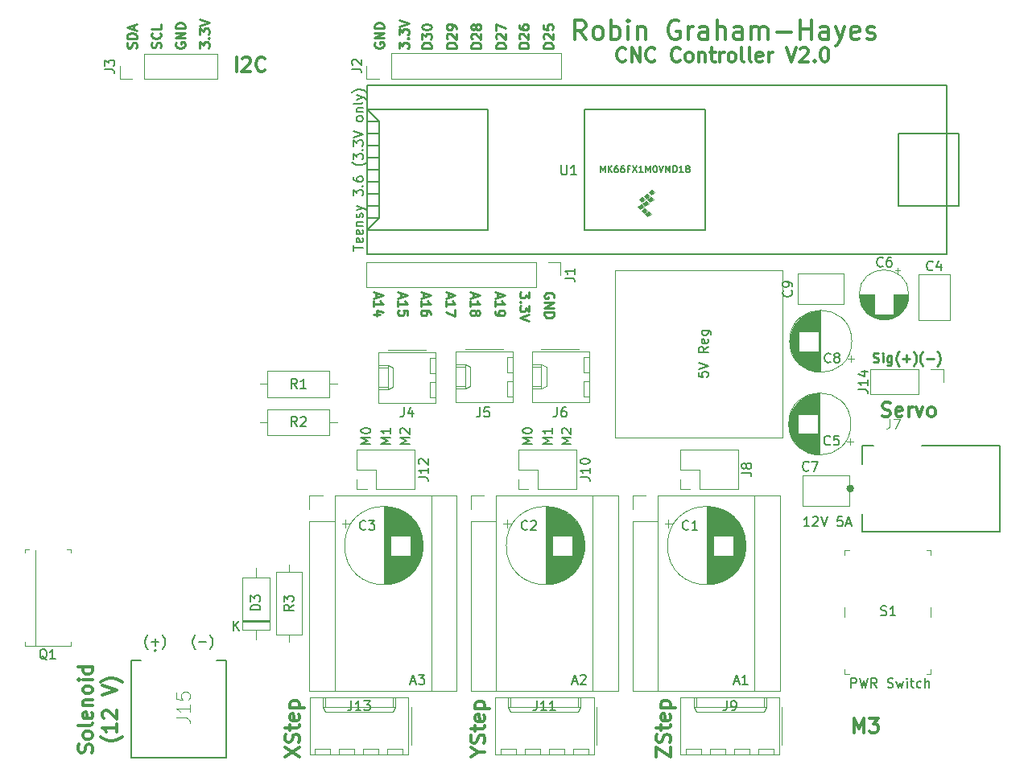
<source format=gbr>
%TF.GenerationSoftware,KiCad,Pcbnew,(5.1.6)-1*%
%TF.CreationDate,2020-11-25T15:39:46-05:00*%
%TF.ProjectId,CNC_Board,434e435f-426f-4617-9264-2e6b69636164,rev?*%
%TF.SameCoordinates,Original*%
%TF.FileFunction,Legend,Top*%
%TF.FilePolarity,Positive*%
%FSLAX46Y46*%
G04 Gerber Fmt 4.6, Leading zero omitted, Abs format (unit mm)*
G04 Created by KiCad (PCBNEW (5.1.6)-1) date 2020-11-25 15:39:46*
%MOMM*%
%LPD*%
G01*
G04 APERTURE LIST*
%ADD10C,0.150000*%
%ADD11C,0.250000*%
%ADD12C,0.300000*%
%ADD13C,0.100000*%
%ADD14C,0.120000*%
%ADD15C,0.200000*%
%ADD16C,0.127000*%
%ADD17C,0.400000*%
%ADD18C,0.015000*%
G04 APERTURE END LIST*
D10*
X175795238Y-128952380D02*
X175223809Y-128952380D01*
X175509523Y-128952380D02*
X175509523Y-127952380D01*
X175414285Y-128095238D01*
X175319047Y-128190476D01*
X175223809Y-128238095D01*
X176176190Y-128047619D02*
X176223809Y-128000000D01*
X176319047Y-127952380D01*
X176557142Y-127952380D01*
X176652380Y-128000000D01*
X176700000Y-128047619D01*
X176747619Y-128142857D01*
X176747619Y-128238095D01*
X176700000Y-128380952D01*
X176128571Y-128952380D01*
X176747619Y-128952380D01*
X177033333Y-127952380D02*
X177366666Y-128952380D01*
X177700000Y-127952380D01*
X179271428Y-127952380D02*
X178795238Y-127952380D01*
X178747619Y-128428571D01*
X178795238Y-128380952D01*
X178890476Y-128333333D01*
X179128571Y-128333333D01*
X179223809Y-128380952D01*
X179271428Y-128428571D01*
X179319047Y-128523809D01*
X179319047Y-128761904D01*
X179271428Y-128857142D01*
X179223809Y-128904761D01*
X179128571Y-128952380D01*
X178890476Y-128952380D01*
X178795238Y-128904761D01*
X178747619Y-128857142D01*
X179700000Y-128666666D02*
X180176190Y-128666666D01*
X179604761Y-128952380D02*
X179938095Y-127952380D01*
X180271428Y-128952380D01*
X180180952Y-145952380D02*
X180180952Y-144952380D01*
X180561904Y-144952380D01*
X180657142Y-145000000D01*
X180704761Y-145047619D01*
X180752380Y-145142857D01*
X180752380Y-145285714D01*
X180704761Y-145380952D01*
X180657142Y-145428571D01*
X180561904Y-145476190D01*
X180180952Y-145476190D01*
X181085714Y-144952380D02*
X181323809Y-145952380D01*
X181514285Y-145238095D01*
X181704761Y-145952380D01*
X181942857Y-144952380D01*
X182895238Y-145952380D02*
X182561904Y-145476190D01*
X182323809Y-145952380D02*
X182323809Y-144952380D01*
X182704761Y-144952380D01*
X182800000Y-145000000D01*
X182847619Y-145047619D01*
X182895238Y-145142857D01*
X182895238Y-145285714D01*
X182847619Y-145380952D01*
X182800000Y-145428571D01*
X182704761Y-145476190D01*
X182323809Y-145476190D01*
X184038095Y-145904761D02*
X184180952Y-145952380D01*
X184419047Y-145952380D01*
X184514285Y-145904761D01*
X184561904Y-145857142D01*
X184609523Y-145761904D01*
X184609523Y-145666666D01*
X184561904Y-145571428D01*
X184514285Y-145523809D01*
X184419047Y-145476190D01*
X184228571Y-145428571D01*
X184133333Y-145380952D01*
X184085714Y-145333333D01*
X184038095Y-145238095D01*
X184038095Y-145142857D01*
X184085714Y-145047619D01*
X184133333Y-145000000D01*
X184228571Y-144952380D01*
X184466666Y-144952380D01*
X184609523Y-145000000D01*
X184942857Y-145285714D02*
X185133333Y-145952380D01*
X185323809Y-145476190D01*
X185514285Y-145952380D01*
X185704761Y-145285714D01*
X186085714Y-145952380D02*
X186085714Y-145285714D01*
X186085714Y-144952380D02*
X186038095Y-145000000D01*
X186085714Y-145047619D01*
X186133333Y-145000000D01*
X186085714Y-144952380D01*
X186085714Y-145047619D01*
X186419047Y-145285714D02*
X186800000Y-145285714D01*
X186561904Y-144952380D02*
X186561904Y-145809523D01*
X186609523Y-145904761D01*
X186704761Y-145952380D01*
X186800000Y-145952380D01*
X187561904Y-145904761D02*
X187466666Y-145952380D01*
X187276190Y-145952380D01*
X187180952Y-145904761D01*
X187133333Y-145857142D01*
X187085714Y-145761904D01*
X187085714Y-145476190D01*
X187133333Y-145380952D01*
X187180952Y-145333333D01*
X187276190Y-145285714D01*
X187466666Y-145285714D01*
X187561904Y-145333333D01*
X187990476Y-145952380D02*
X187990476Y-144952380D01*
X188419047Y-145952380D02*
X188419047Y-145428571D01*
X188371428Y-145333333D01*
X188276190Y-145285714D01*
X188133333Y-145285714D01*
X188038095Y-145333333D01*
X187990476Y-145380952D01*
X133752380Y-120309523D02*
X132752380Y-120309523D01*
X133466666Y-119976190D01*
X132752380Y-119642857D01*
X133752380Y-119642857D01*
X132847619Y-119214285D02*
X132800000Y-119166666D01*
X132752380Y-119071428D01*
X132752380Y-118833333D01*
X132800000Y-118738095D01*
X132847619Y-118690476D01*
X132942857Y-118642857D01*
X133038095Y-118642857D01*
X133180952Y-118690476D01*
X133752380Y-119261904D01*
X133752380Y-118642857D01*
X129652380Y-120309523D02*
X128652380Y-120309523D01*
X129366666Y-119976190D01*
X128652380Y-119642857D01*
X129652380Y-119642857D01*
X128652380Y-118976190D02*
X128652380Y-118880952D01*
X128700000Y-118785714D01*
X128747619Y-118738095D01*
X128842857Y-118690476D01*
X129033333Y-118642857D01*
X129271428Y-118642857D01*
X129461904Y-118690476D01*
X129557142Y-118738095D01*
X129604761Y-118785714D01*
X129652380Y-118880952D01*
X129652380Y-118976190D01*
X129604761Y-119071428D01*
X129557142Y-119119047D01*
X129461904Y-119166666D01*
X129271428Y-119214285D01*
X129033333Y-119214285D01*
X128842857Y-119166666D01*
X128747619Y-119119047D01*
X128700000Y-119071428D01*
X128652380Y-118976190D01*
X131752380Y-120309523D02*
X130752380Y-120309523D01*
X131466666Y-119976190D01*
X130752380Y-119642857D01*
X131752380Y-119642857D01*
X131752380Y-118642857D02*
X131752380Y-119214285D01*
X131752380Y-118928571D02*
X130752380Y-118928571D01*
X130895238Y-119023809D01*
X130990476Y-119119047D01*
X131038095Y-119214285D01*
X150752380Y-120309523D02*
X149752380Y-120309523D01*
X150466666Y-119976190D01*
X149752380Y-119642857D01*
X150752380Y-119642857D01*
X149847619Y-119214285D02*
X149800000Y-119166666D01*
X149752380Y-119071428D01*
X149752380Y-118833333D01*
X149800000Y-118738095D01*
X149847619Y-118690476D01*
X149942857Y-118642857D01*
X150038095Y-118642857D01*
X150180952Y-118690476D01*
X150752380Y-119261904D01*
X150752380Y-118642857D01*
X148752380Y-120309523D02*
X147752380Y-120309523D01*
X148466666Y-119976190D01*
X147752380Y-119642857D01*
X148752380Y-119642857D01*
X148752380Y-118642857D02*
X148752380Y-119214285D01*
X148752380Y-118928571D02*
X147752380Y-118928571D01*
X147895238Y-119023809D01*
X147990476Y-119119047D01*
X148038095Y-119214285D01*
X146652380Y-120309523D02*
X145652380Y-120309523D01*
X146366666Y-119976190D01*
X145652380Y-119642857D01*
X146652380Y-119642857D01*
X145652380Y-118976190D02*
X145652380Y-118880952D01*
X145700000Y-118785714D01*
X145747619Y-118738095D01*
X145842857Y-118690476D01*
X146033333Y-118642857D01*
X146271428Y-118642857D01*
X146461904Y-118690476D01*
X146557142Y-118738095D01*
X146604761Y-118785714D01*
X146652380Y-118880952D01*
X146652380Y-118976190D01*
X146604761Y-119071428D01*
X146557142Y-119119047D01*
X146461904Y-119166666D01*
X146271428Y-119214285D01*
X146033333Y-119214285D01*
X145842857Y-119166666D01*
X145747619Y-119119047D01*
X145700000Y-119071428D01*
X145652380Y-118976190D01*
X111238095Y-141933333D02*
X111190476Y-141885714D01*
X111095238Y-141742857D01*
X111047619Y-141647619D01*
X111000000Y-141504761D01*
X110952380Y-141266666D01*
X110952380Y-141076190D01*
X111000000Y-140838095D01*
X111047619Y-140695238D01*
X111095238Y-140600000D01*
X111190476Y-140457142D01*
X111238095Y-140409523D01*
X111619047Y-141171428D02*
X112380952Y-141171428D01*
X112761904Y-141933333D02*
X112809523Y-141885714D01*
X112904761Y-141742857D01*
X112952380Y-141647619D01*
X113000000Y-141504761D01*
X113047619Y-141266666D01*
X113047619Y-141076190D01*
X113000000Y-140838095D01*
X112952380Y-140695238D01*
X112904761Y-140600000D01*
X112809523Y-140457142D01*
X112761904Y-140409523D01*
X106238095Y-141933333D02*
X106190476Y-141885714D01*
X106095238Y-141742857D01*
X106047619Y-141647619D01*
X106000000Y-141504761D01*
X105952380Y-141266666D01*
X105952380Y-141076190D01*
X106000000Y-140838095D01*
X106047619Y-140695238D01*
X106095238Y-140600000D01*
X106190476Y-140457142D01*
X106238095Y-140409523D01*
X106619047Y-141171428D02*
X107380952Y-141171428D01*
X107000000Y-141552380D02*
X107000000Y-140790476D01*
X107761904Y-141933333D02*
X107809523Y-141885714D01*
X107904761Y-141742857D01*
X107952380Y-141647619D01*
X108000000Y-141504761D01*
X108047619Y-141266666D01*
X108047619Y-141076190D01*
X108000000Y-140838095D01*
X107952380Y-140695238D01*
X107904761Y-140600000D01*
X107809523Y-140457142D01*
X107761904Y-140409523D01*
D11*
X182523809Y-111654761D02*
X182666666Y-111702380D01*
X182904761Y-111702380D01*
X183000000Y-111654761D01*
X183047619Y-111607142D01*
X183095238Y-111511904D01*
X183095238Y-111416666D01*
X183047619Y-111321428D01*
X183000000Y-111273809D01*
X182904761Y-111226190D01*
X182714285Y-111178571D01*
X182619047Y-111130952D01*
X182571428Y-111083333D01*
X182523809Y-110988095D01*
X182523809Y-110892857D01*
X182571428Y-110797619D01*
X182619047Y-110750000D01*
X182714285Y-110702380D01*
X182952380Y-110702380D01*
X183095238Y-110750000D01*
X183523809Y-111702380D02*
X183523809Y-111035714D01*
X183523809Y-110702380D02*
X183476190Y-110750000D01*
X183523809Y-110797619D01*
X183571428Y-110750000D01*
X183523809Y-110702380D01*
X183523809Y-110797619D01*
X184428571Y-111035714D02*
X184428571Y-111845238D01*
X184380952Y-111940476D01*
X184333333Y-111988095D01*
X184238095Y-112035714D01*
X184095238Y-112035714D01*
X184000000Y-111988095D01*
X184428571Y-111654761D02*
X184333333Y-111702380D01*
X184142857Y-111702380D01*
X184047619Y-111654761D01*
X184000000Y-111607142D01*
X183952380Y-111511904D01*
X183952380Y-111226190D01*
X184000000Y-111130952D01*
X184047619Y-111083333D01*
X184142857Y-111035714D01*
X184333333Y-111035714D01*
X184428571Y-111083333D01*
X187738095Y-112083333D02*
X187690476Y-112035714D01*
X187595238Y-111892857D01*
X187547619Y-111797619D01*
X187500000Y-111654761D01*
X187452380Y-111416666D01*
X187452380Y-111226190D01*
X187500000Y-110988095D01*
X187547619Y-110845238D01*
X187595238Y-110750000D01*
X187690476Y-110607142D01*
X187738095Y-110559523D01*
X188119047Y-111321428D02*
X188880952Y-111321428D01*
X189261904Y-112083333D02*
X189309523Y-112035714D01*
X189404761Y-111892857D01*
X189452380Y-111797619D01*
X189500000Y-111654761D01*
X189547619Y-111416666D01*
X189547619Y-111226190D01*
X189500000Y-110988095D01*
X189452380Y-110845238D01*
X189404761Y-110750000D01*
X189309523Y-110607142D01*
X189261904Y-110559523D01*
D12*
X180535714Y-150678571D02*
X180535714Y-149178571D01*
X181035714Y-150250000D01*
X181535714Y-149178571D01*
X181535714Y-150678571D01*
X182107142Y-149178571D02*
X183035714Y-149178571D01*
X182535714Y-149750000D01*
X182750000Y-149750000D01*
X182892857Y-149821428D01*
X182964285Y-149892857D01*
X183035714Y-150035714D01*
X183035714Y-150392857D01*
X182964285Y-150535714D01*
X182892857Y-150607142D01*
X182750000Y-150678571D01*
X182321428Y-150678571D01*
X182178571Y-150607142D01*
X182107142Y-150535714D01*
X120678571Y-153214285D02*
X122178571Y-152214285D01*
X120678571Y-152214285D02*
X122178571Y-153214285D01*
X122107142Y-151714285D02*
X122178571Y-151500000D01*
X122178571Y-151142857D01*
X122107142Y-151000000D01*
X122035714Y-150928571D01*
X121892857Y-150857142D01*
X121750000Y-150857142D01*
X121607142Y-150928571D01*
X121535714Y-151000000D01*
X121464285Y-151142857D01*
X121392857Y-151428571D01*
X121321428Y-151571428D01*
X121250000Y-151642857D01*
X121107142Y-151714285D01*
X120964285Y-151714285D01*
X120821428Y-151642857D01*
X120750000Y-151571428D01*
X120678571Y-151428571D01*
X120678571Y-151071428D01*
X120750000Y-150857142D01*
X121178571Y-150428571D02*
X121178571Y-149857142D01*
X120678571Y-150214285D02*
X121964285Y-150214285D01*
X122107142Y-150142857D01*
X122178571Y-150000000D01*
X122178571Y-149857142D01*
X122107142Y-148785714D02*
X122178571Y-148928571D01*
X122178571Y-149214285D01*
X122107142Y-149357142D01*
X121964285Y-149428571D01*
X121392857Y-149428571D01*
X121250000Y-149357142D01*
X121178571Y-149214285D01*
X121178571Y-148928571D01*
X121250000Y-148785714D01*
X121392857Y-148714285D01*
X121535714Y-148714285D01*
X121678571Y-149428571D01*
X121178571Y-148071428D02*
X122678571Y-148071428D01*
X121250000Y-148071428D02*
X121178571Y-147928571D01*
X121178571Y-147642857D01*
X121250000Y-147500000D01*
X121321428Y-147428571D01*
X121464285Y-147357142D01*
X121892857Y-147357142D01*
X122035714Y-147428571D01*
X122107142Y-147500000D01*
X122178571Y-147642857D01*
X122178571Y-147928571D01*
X122107142Y-148071428D01*
X140964285Y-152714285D02*
X141678571Y-152714285D01*
X140178571Y-153214285D02*
X140964285Y-152714285D01*
X140178571Y-152214285D01*
X141607142Y-151785714D02*
X141678571Y-151571428D01*
X141678571Y-151214285D01*
X141607142Y-151071428D01*
X141535714Y-151000000D01*
X141392857Y-150928571D01*
X141250000Y-150928571D01*
X141107142Y-151000000D01*
X141035714Y-151071428D01*
X140964285Y-151214285D01*
X140892857Y-151500000D01*
X140821428Y-151642857D01*
X140750000Y-151714285D01*
X140607142Y-151785714D01*
X140464285Y-151785714D01*
X140321428Y-151714285D01*
X140250000Y-151642857D01*
X140178571Y-151500000D01*
X140178571Y-151142857D01*
X140250000Y-150928571D01*
X140678571Y-150500000D02*
X140678571Y-149928571D01*
X140178571Y-150285714D02*
X141464285Y-150285714D01*
X141607142Y-150214285D01*
X141678571Y-150071428D01*
X141678571Y-149928571D01*
X141607142Y-148857142D02*
X141678571Y-149000000D01*
X141678571Y-149285714D01*
X141607142Y-149428571D01*
X141464285Y-149500000D01*
X140892857Y-149500000D01*
X140750000Y-149428571D01*
X140678571Y-149285714D01*
X140678571Y-149000000D01*
X140750000Y-148857142D01*
X140892857Y-148785714D01*
X141035714Y-148785714D01*
X141178571Y-149500000D01*
X140678571Y-148142857D02*
X142178571Y-148142857D01*
X140750000Y-148142857D02*
X140678571Y-148000000D01*
X140678571Y-147714285D01*
X140750000Y-147571428D01*
X140821428Y-147500000D01*
X140964285Y-147428571D01*
X141392857Y-147428571D01*
X141535714Y-147500000D01*
X141607142Y-147571428D01*
X141678571Y-147714285D01*
X141678571Y-148000000D01*
X141607142Y-148142857D01*
D11*
X185238095Y-112083333D02*
X185190476Y-112035714D01*
X185095238Y-111892857D01*
X185047619Y-111797619D01*
X185000000Y-111654761D01*
X184952380Y-111416666D01*
X184952380Y-111226190D01*
X185000000Y-110988095D01*
X185047619Y-110845238D01*
X185095238Y-110750000D01*
X185190476Y-110607142D01*
X185238095Y-110559523D01*
X185619047Y-111321428D02*
X186380952Y-111321428D01*
X186000000Y-111702380D02*
X186000000Y-110940476D01*
X186761904Y-112083333D02*
X186809523Y-112035714D01*
X186904761Y-111892857D01*
X186952380Y-111797619D01*
X187000000Y-111654761D01*
X187047619Y-111416666D01*
X187047619Y-111226190D01*
X187000000Y-110988095D01*
X186952380Y-110845238D01*
X186904761Y-110750000D01*
X186809523Y-110607142D01*
X186761904Y-110559523D01*
D12*
X156485714Y-79935714D02*
X156414285Y-80007142D01*
X156200000Y-80078571D01*
X156057142Y-80078571D01*
X155842857Y-80007142D01*
X155700000Y-79864285D01*
X155628571Y-79721428D01*
X155557142Y-79435714D01*
X155557142Y-79221428D01*
X155628571Y-78935714D01*
X155700000Y-78792857D01*
X155842857Y-78650000D01*
X156057142Y-78578571D01*
X156200000Y-78578571D01*
X156414285Y-78650000D01*
X156485714Y-78721428D01*
X157128571Y-80078571D02*
X157128571Y-78578571D01*
X157985714Y-80078571D01*
X157985714Y-78578571D01*
X159557142Y-79935714D02*
X159485714Y-80007142D01*
X159271428Y-80078571D01*
X159128571Y-80078571D01*
X158914285Y-80007142D01*
X158771428Y-79864285D01*
X158700000Y-79721428D01*
X158628571Y-79435714D01*
X158628571Y-79221428D01*
X158700000Y-78935714D01*
X158771428Y-78792857D01*
X158914285Y-78650000D01*
X159128571Y-78578571D01*
X159271428Y-78578571D01*
X159485714Y-78650000D01*
X159557142Y-78721428D01*
X162200000Y-79935714D02*
X162128571Y-80007142D01*
X161914285Y-80078571D01*
X161771428Y-80078571D01*
X161557142Y-80007142D01*
X161414285Y-79864285D01*
X161342857Y-79721428D01*
X161271428Y-79435714D01*
X161271428Y-79221428D01*
X161342857Y-78935714D01*
X161414285Y-78792857D01*
X161557142Y-78650000D01*
X161771428Y-78578571D01*
X161914285Y-78578571D01*
X162128571Y-78650000D01*
X162200000Y-78721428D01*
X163057142Y-80078571D02*
X162914285Y-80007142D01*
X162842857Y-79935714D01*
X162771428Y-79792857D01*
X162771428Y-79364285D01*
X162842857Y-79221428D01*
X162914285Y-79150000D01*
X163057142Y-79078571D01*
X163271428Y-79078571D01*
X163414285Y-79150000D01*
X163485714Y-79221428D01*
X163557142Y-79364285D01*
X163557142Y-79792857D01*
X163485714Y-79935714D01*
X163414285Y-80007142D01*
X163271428Y-80078571D01*
X163057142Y-80078571D01*
X164200000Y-79078571D02*
X164200000Y-80078571D01*
X164200000Y-79221428D02*
X164271428Y-79150000D01*
X164414285Y-79078571D01*
X164628571Y-79078571D01*
X164771428Y-79150000D01*
X164842857Y-79292857D01*
X164842857Y-80078571D01*
X165342857Y-79078571D02*
X165914285Y-79078571D01*
X165557142Y-78578571D02*
X165557142Y-79864285D01*
X165628571Y-80007142D01*
X165771428Y-80078571D01*
X165914285Y-80078571D01*
X166414285Y-80078571D02*
X166414285Y-79078571D01*
X166414285Y-79364285D02*
X166485714Y-79221428D01*
X166557142Y-79150000D01*
X166700000Y-79078571D01*
X166842857Y-79078571D01*
X167557142Y-80078571D02*
X167414285Y-80007142D01*
X167342857Y-79935714D01*
X167271428Y-79792857D01*
X167271428Y-79364285D01*
X167342857Y-79221428D01*
X167414285Y-79150000D01*
X167557142Y-79078571D01*
X167771428Y-79078571D01*
X167914285Y-79150000D01*
X167985714Y-79221428D01*
X168057142Y-79364285D01*
X168057142Y-79792857D01*
X167985714Y-79935714D01*
X167914285Y-80007142D01*
X167771428Y-80078571D01*
X167557142Y-80078571D01*
X168914285Y-80078571D02*
X168771428Y-80007142D01*
X168700000Y-79864285D01*
X168700000Y-78578571D01*
X169700000Y-80078571D02*
X169557142Y-80007142D01*
X169485714Y-79864285D01*
X169485714Y-78578571D01*
X170842857Y-80007142D02*
X170700000Y-80078571D01*
X170414285Y-80078571D01*
X170271428Y-80007142D01*
X170200000Y-79864285D01*
X170200000Y-79292857D01*
X170271428Y-79150000D01*
X170414285Y-79078571D01*
X170700000Y-79078571D01*
X170842857Y-79150000D01*
X170914285Y-79292857D01*
X170914285Y-79435714D01*
X170200000Y-79578571D01*
X171557142Y-80078571D02*
X171557142Y-79078571D01*
X171557142Y-79364285D02*
X171628571Y-79221428D01*
X171700000Y-79150000D01*
X171842857Y-79078571D01*
X171985714Y-79078571D01*
X173414285Y-78578571D02*
X173914285Y-80078571D01*
X174414285Y-78578571D01*
X174842857Y-78721428D02*
X174914285Y-78650000D01*
X175057142Y-78578571D01*
X175414285Y-78578571D01*
X175557142Y-78650000D01*
X175628571Y-78721428D01*
X175700000Y-78864285D01*
X175700000Y-79007142D01*
X175628571Y-79221428D01*
X174771428Y-80078571D01*
X175700000Y-80078571D01*
X176342857Y-79935714D02*
X176414285Y-80007142D01*
X176342857Y-80078571D01*
X176271428Y-80007142D01*
X176342857Y-79935714D01*
X176342857Y-80078571D01*
X177342857Y-78578571D02*
X177485714Y-78578571D01*
X177628571Y-78650000D01*
X177700000Y-78721428D01*
X177771428Y-78864285D01*
X177842857Y-79150000D01*
X177842857Y-79507142D01*
X177771428Y-79792857D01*
X177700000Y-79935714D01*
X177628571Y-80007142D01*
X177485714Y-80078571D01*
X177342857Y-80078571D01*
X177200000Y-80007142D01*
X177128571Y-79935714D01*
X177057142Y-79792857D01*
X176985714Y-79507142D01*
X176985714Y-79150000D01*
X177057142Y-78864285D01*
X177128571Y-78721428D01*
X177200000Y-78650000D01*
X177342857Y-78578571D01*
X152280952Y-77704761D02*
X151614285Y-76752380D01*
X151138095Y-77704761D02*
X151138095Y-75704761D01*
X151899999Y-75704761D01*
X152090476Y-75800000D01*
X152185714Y-75895238D01*
X152280952Y-76085714D01*
X152280952Y-76371428D01*
X152185714Y-76561904D01*
X152090476Y-76657142D01*
X151899999Y-76752380D01*
X151138095Y-76752380D01*
X153423809Y-77704761D02*
X153233333Y-77609523D01*
X153138095Y-77514285D01*
X153042857Y-77323809D01*
X153042857Y-76752380D01*
X153138095Y-76561904D01*
X153233333Y-76466666D01*
X153423809Y-76371428D01*
X153709523Y-76371428D01*
X153899999Y-76466666D01*
X153995238Y-76561904D01*
X154090476Y-76752380D01*
X154090476Y-77323809D01*
X153995238Y-77514285D01*
X153899999Y-77609523D01*
X153709523Y-77704761D01*
X153423809Y-77704761D01*
X154947619Y-77704761D02*
X154947619Y-75704761D01*
X154947619Y-76466666D02*
X155138095Y-76371428D01*
X155519047Y-76371428D01*
X155709523Y-76466666D01*
X155804761Y-76561904D01*
X155899999Y-76752380D01*
X155899999Y-77323809D01*
X155804761Y-77514285D01*
X155709523Y-77609523D01*
X155519047Y-77704761D01*
X155138095Y-77704761D01*
X154947619Y-77609523D01*
X156757142Y-77704761D02*
X156757142Y-76371428D01*
X156757142Y-75704761D02*
X156661904Y-75800000D01*
X156757142Y-75895238D01*
X156852380Y-75800000D01*
X156757142Y-75704761D01*
X156757142Y-75895238D01*
X157709523Y-76371428D02*
X157709523Y-77704761D01*
X157709523Y-76561904D02*
X157804761Y-76466666D01*
X157995238Y-76371428D01*
X158280952Y-76371428D01*
X158471428Y-76466666D01*
X158566666Y-76657142D01*
X158566666Y-77704761D01*
X162090476Y-75800000D02*
X161899999Y-75704761D01*
X161614285Y-75704761D01*
X161328571Y-75800000D01*
X161138095Y-75990476D01*
X161042857Y-76180952D01*
X160947619Y-76561904D01*
X160947619Y-76847619D01*
X161042857Y-77228571D01*
X161138095Y-77419047D01*
X161328571Y-77609523D01*
X161614285Y-77704761D01*
X161804761Y-77704761D01*
X162090476Y-77609523D01*
X162185714Y-77514285D01*
X162185714Y-76847619D01*
X161804761Y-76847619D01*
X163042857Y-77704761D02*
X163042857Y-76371428D01*
X163042857Y-76752380D02*
X163138095Y-76561904D01*
X163233333Y-76466666D01*
X163423809Y-76371428D01*
X163614285Y-76371428D01*
X165138095Y-77704761D02*
X165138095Y-76657142D01*
X165042857Y-76466666D01*
X164852380Y-76371428D01*
X164471428Y-76371428D01*
X164280952Y-76466666D01*
X165138095Y-77609523D02*
X164947619Y-77704761D01*
X164471428Y-77704761D01*
X164280952Y-77609523D01*
X164185714Y-77419047D01*
X164185714Y-77228571D01*
X164280952Y-77038095D01*
X164471428Y-76942857D01*
X164947619Y-76942857D01*
X165138095Y-76847619D01*
X166090476Y-77704761D02*
X166090476Y-75704761D01*
X166947619Y-77704761D02*
X166947619Y-76657142D01*
X166852380Y-76466666D01*
X166661904Y-76371428D01*
X166376190Y-76371428D01*
X166185714Y-76466666D01*
X166090476Y-76561904D01*
X168757142Y-77704761D02*
X168757142Y-76657142D01*
X168661904Y-76466666D01*
X168471428Y-76371428D01*
X168090476Y-76371428D01*
X167900000Y-76466666D01*
X168757142Y-77609523D02*
X168566666Y-77704761D01*
X168090476Y-77704761D01*
X167900000Y-77609523D01*
X167804761Y-77419047D01*
X167804761Y-77228571D01*
X167900000Y-77038095D01*
X168090476Y-76942857D01*
X168566666Y-76942857D01*
X168757142Y-76847619D01*
X169709523Y-77704761D02*
X169709523Y-76371428D01*
X169709523Y-76561904D02*
X169804761Y-76466666D01*
X169995238Y-76371428D01*
X170280952Y-76371428D01*
X170471428Y-76466666D01*
X170566666Y-76657142D01*
X170566666Y-77704761D01*
X170566666Y-76657142D02*
X170661904Y-76466666D01*
X170852380Y-76371428D01*
X171138095Y-76371428D01*
X171328571Y-76466666D01*
X171423809Y-76657142D01*
X171423809Y-77704761D01*
X172376190Y-76942857D02*
X173900000Y-76942857D01*
X174852380Y-77704761D02*
X174852380Y-75704761D01*
X174852380Y-76657142D02*
X175995238Y-76657142D01*
X175995238Y-77704761D02*
X175995238Y-75704761D01*
X177804761Y-77704761D02*
X177804761Y-76657142D01*
X177709523Y-76466666D01*
X177519047Y-76371428D01*
X177138095Y-76371428D01*
X176947619Y-76466666D01*
X177804761Y-77609523D02*
X177614285Y-77704761D01*
X177138095Y-77704761D01*
X176947619Y-77609523D01*
X176852380Y-77419047D01*
X176852380Y-77228571D01*
X176947619Y-77038095D01*
X177138095Y-76942857D01*
X177614285Y-76942857D01*
X177804761Y-76847619D01*
X178566666Y-76371428D02*
X179042857Y-77704761D01*
X179519047Y-76371428D02*
X179042857Y-77704761D01*
X178852380Y-78180952D01*
X178757142Y-78276190D01*
X178566666Y-78371428D01*
X181042857Y-77609523D02*
X180852380Y-77704761D01*
X180471428Y-77704761D01*
X180280952Y-77609523D01*
X180185714Y-77419047D01*
X180185714Y-76657142D01*
X180280952Y-76466666D01*
X180471428Y-76371428D01*
X180852380Y-76371428D01*
X181042857Y-76466666D01*
X181138095Y-76657142D01*
X181138095Y-76847619D01*
X180185714Y-77038095D01*
X181899999Y-77609523D02*
X182090476Y-77704761D01*
X182471428Y-77704761D01*
X182661904Y-77609523D01*
X182757142Y-77419047D01*
X182757142Y-77323809D01*
X182661904Y-77133333D01*
X182471428Y-77038095D01*
X182185714Y-77038095D01*
X181995238Y-76942857D01*
X181899999Y-76752380D01*
X181899999Y-76657142D01*
X181995238Y-76466666D01*
X182185714Y-76371428D01*
X182471428Y-76371428D01*
X182661904Y-76466666D01*
D10*
X127852380Y-99947619D02*
X127852380Y-99376190D01*
X128852380Y-99661904D02*
X127852380Y-99661904D01*
X128804761Y-98661904D02*
X128852380Y-98757142D01*
X128852380Y-98947619D01*
X128804761Y-99042857D01*
X128709523Y-99090476D01*
X128328571Y-99090476D01*
X128233333Y-99042857D01*
X128185714Y-98947619D01*
X128185714Y-98757142D01*
X128233333Y-98661904D01*
X128328571Y-98614285D01*
X128423809Y-98614285D01*
X128519047Y-99090476D01*
X128804761Y-97804761D02*
X128852380Y-97900000D01*
X128852380Y-98090476D01*
X128804761Y-98185714D01*
X128709523Y-98233333D01*
X128328571Y-98233333D01*
X128233333Y-98185714D01*
X128185714Y-98090476D01*
X128185714Y-97900000D01*
X128233333Y-97804761D01*
X128328571Y-97757142D01*
X128423809Y-97757142D01*
X128519047Y-98233333D01*
X128185714Y-97328571D02*
X128852380Y-97328571D01*
X128280952Y-97328571D02*
X128233333Y-97280952D01*
X128185714Y-97185714D01*
X128185714Y-97042857D01*
X128233333Y-96947619D01*
X128328571Y-96900000D01*
X128852380Y-96900000D01*
X128804761Y-96471428D02*
X128852380Y-96376190D01*
X128852380Y-96185714D01*
X128804761Y-96090476D01*
X128709523Y-96042857D01*
X128661904Y-96042857D01*
X128566666Y-96090476D01*
X128519047Y-96185714D01*
X128519047Y-96328571D01*
X128471428Y-96423809D01*
X128376190Y-96471428D01*
X128328571Y-96471428D01*
X128233333Y-96423809D01*
X128185714Y-96328571D01*
X128185714Y-96185714D01*
X128233333Y-96090476D01*
X128185714Y-95709523D02*
X128852380Y-95471428D01*
X128185714Y-95233333D02*
X128852380Y-95471428D01*
X129090476Y-95566666D01*
X129138095Y-95614285D01*
X129185714Y-95709523D01*
X127852380Y-94185714D02*
X127852380Y-93566666D01*
X128233333Y-93900000D01*
X128233333Y-93757142D01*
X128280952Y-93661904D01*
X128328571Y-93614285D01*
X128423809Y-93566666D01*
X128661904Y-93566666D01*
X128757142Y-93614285D01*
X128804761Y-93661904D01*
X128852380Y-93757142D01*
X128852380Y-94042857D01*
X128804761Y-94138095D01*
X128757142Y-94185714D01*
X128757142Y-93138095D02*
X128804761Y-93090476D01*
X128852380Y-93138095D01*
X128804761Y-93185714D01*
X128757142Y-93138095D01*
X128852380Y-93138095D01*
X127852380Y-92233333D02*
X127852380Y-92423809D01*
X127900000Y-92519047D01*
X127947619Y-92566666D01*
X128090476Y-92661904D01*
X128280952Y-92709523D01*
X128661904Y-92709523D01*
X128757142Y-92661904D01*
X128804761Y-92614285D01*
X128852380Y-92519047D01*
X128852380Y-92328571D01*
X128804761Y-92233333D01*
X128757142Y-92185714D01*
X128661904Y-92138095D01*
X128423809Y-92138095D01*
X128328571Y-92185714D01*
X128280952Y-92233333D01*
X128233333Y-92328571D01*
X128233333Y-92519047D01*
X128280952Y-92614285D01*
X128328571Y-92661904D01*
X128423809Y-92709523D01*
X129233333Y-90661904D02*
X129185714Y-90709523D01*
X129042857Y-90804761D01*
X128947619Y-90852380D01*
X128804761Y-90900000D01*
X128566666Y-90947619D01*
X128376190Y-90947619D01*
X128138095Y-90900000D01*
X127995238Y-90852380D01*
X127900000Y-90804761D01*
X127757142Y-90709523D01*
X127709523Y-90661904D01*
X127852380Y-90376190D02*
X127852380Y-89757142D01*
X128233333Y-90090476D01*
X128233333Y-89947619D01*
X128280952Y-89852380D01*
X128328571Y-89804761D01*
X128423809Y-89757142D01*
X128661904Y-89757142D01*
X128757142Y-89804761D01*
X128804761Y-89852380D01*
X128852380Y-89947619D01*
X128852380Y-90233333D01*
X128804761Y-90328571D01*
X128757142Y-90376190D01*
X128757142Y-89328571D02*
X128804761Y-89280952D01*
X128852380Y-89328571D01*
X128804761Y-89376190D01*
X128757142Y-89328571D01*
X128852380Y-89328571D01*
X127852380Y-88947619D02*
X127852380Y-88328571D01*
X128233333Y-88661904D01*
X128233333Y-88519047D01*
X128280952Y-88423809D01*
X128328571Y-88376190D01*
X128423809Y-88328571D01*
X128661904Y-88328571D01*
X128757142Y-88376190D01*
X128804761Y-88423809D01*
X128852380Y-88519047D01*
X128852380Y-88804761D01*
X128804761Y-88900000D01*
X128757142Y-88947619D01*
X127852380Y-88042857D02*
X128852380Y-87709523D01*
X127852380Y-87376190D01*
X128852380Y-86138095D02*
X128804761Y-86233333D01*
X128757142Y-86280952D01*
X128661904Y-86328571D01*
X128376190Y-86328571D01*
X128280952Y-86280952D01*
X128233333Y-86233333D01*
X128185714Y-86138095D01*
X128185714Y-85995238D01*
X128233333Y-85900000D01*
X128280952Y-85852380D01*
X128376190Y-85804761D01*
X128661904Y-85804761D01*
X128757142Y-85852380D01*
X128804761Y-85900000D01*
X128852380Y-85995238D01*
X128852380Y-86138095D01*
X128185714Y-85376190D02*
X128852380Y-85376190D01*
X128280952Y-85376190D02*
X128233333Y-85328571D01*
X128185714Y-85233333D01*
X128185714Y-85090476D01*
X128233333Y-84995238D01*
X128328571Y-84947619D01*
X128852380Y-84947619D01*
X128852380Y-84328571D02*
X128804761Y-84423809D01*
X128709523Y-84471428D01*
X127852380Y-84471428D01*
X128185714Y-84042857D02*
X128852380Y-83804761D01*
X128185714Y-83566666D02*
X128852380Y-83804761D01*
X129090476Y-83900000D01*
X129138095Y-83947619D01*
X129185714Y-84042857D01*
X129233333Y-83280952D02*
X129185714Y-83233333D01*
X129042857Y-83138095D01*
X128947619Y-83090476D01*
X128804761Y-83042857D01*
X128566666Y-82995238D01*
X128376190Y-82995238D01*
X128138095Y-83042857D01*
X127995238Y-83090476D01*
X127900000Y-83138095D01*
X127757142Y-83233333D01*
X127709523Y-83280952D01*
D11*
X130233333Y-104409523D02*
X130233333Y-104885714D01*
X129947619Y-104314285D02*
X130947619Y-104647619D01*
X129947619Y-104980952D01*
X129947619Y-105838095D02*
X129947619Y-105266666D01*
X129947619Y-105552380D02*
X130947619Y-105552380D01*
X130804761Y-105457142D01*
X130709523Y-105361904D01*
X130661904Y-105266666D01*
X130614285Y-106695238D02*
X129947619Y-106695238D01*
X130995238Y-106457142D02*
X130280952Y-106219047D01*
X130280952Y-106838095D01*
X132833333Y-104409523D02*
X132833333Y-104885714D01*
X132547619Y-104314285D02*
X133547619Y-104647619D01*
X132547619Y-104980952D01*
X132547619Y-105838095D02*
X132547619Y-105266666D01*
X132547619Y-105552380D02*
X133547619Y-105552380D01*
X133404761Y-105457142D01*
X133309523Y-105361904D01*
X133261904Y-105266666D01*
X133547619Y-106742857D02*
X133547619Y-106266666D01*
X133071428Y-106219047D01*
X133119047Y-106266666D01*
X133166666Y-106361904D01*
X133166666Y-106600000D01*
X133119047Y-106695238D01*
X133071428Y-106742857D01*
X132976190Y-106790476D01*
X132738095Y-106790476D01*
X132642857Y-106742857D01*
X132595238Y-106695238D01*
X132547619Y-106600000D01*
X132547619Y-106361904D01*
X132595238Y-106266666D01*
X132642857Y-106219047D01*
X135233333Y-104409523D02*
X135233333Y-104885714D01*
X134947619Y-104314285D02*
X135947619Y-104647619D01*
X134947619Y-104980952D01*
X134947619Y-105838095D02*
X134947619Y-105266666D01*
X134947619Y-105552380D02*
X135947619Y-105552380D01*
X135804761Y-105457142D01*
X135709523Y-105361904D01*
X135661904Y-105266666D01*
X135947619Y-106695238D02*
X135947619Y-106504761D01*
X135900000Y-106409523D01*
X135852380Y-106361904D01*
X135709523Y-106266666D01*
X135519047Y-106219047D01*
X135138095Y-106219047D01*
X135042857Y-106266666D01*
X134995238Y-106314285D01*
X134947619Y-106409523D01*
X134947619Y-106600000D01*
X134995238Y-106695238D01*
X135042857Y-106742857D01*
X135138095Y-106790476D01*
X135376190Y-106790476D01*
X135471428Y-106742857D01*
X135519047Y-106695238D01*
X135566666Y-106600000D01*
X135566666Y-106409523D01*
X135519047Y-106314285D01*
X135471428Y-106266666D01*
X135376190Y-106219047D01*
X137833333Y-104409523D02*
X137833333Y-104885714D01*
X137547619Y-104314285D02*
X138547619Y-104647619D01*
X137547619Y-104980952D01*
X137547619Y-105838095D02*
X137547619Y-105266666D01*
X137547619Y-105552380D02*
X138547619Y-105552380D01*
X138404761Y-105457142D01*
X138309523Y-105361904D01*
X138261904Y-105266666D01*
X138547619Y-106171428D02*
X138547619Y-106838095D01*
X137547619Y-106409523D01*
X143033333Y-104409523D02*
X143033333Y-104885714D01*
X142747619Y-104314285D02*
X143747619Y-104647619D01*
X142747619Y-104980952D01*
X142747619Y-105838095D02*
X142747619Y-105266666D01*
X142747619Y-105552380D02*
X143747619Y-105552380D01*
X143604761Y-105457142D01*
X143509523Y-105361904D01*
X143461904Y-105266666D01*
X142747619Y-106314285D02*
X142747619Y-106504761D01*
X142795238Y-106600000D01*
X142842857Y-106647619D01*
X142985714Y-106742857D01*
X143176190Y-106790476D01*
X143557142Y-106790476D01*
X143652380Y-106742857D01*
X143700000Y-106695238D01*
X143747619Y-106600000D01*
X143747619Y-106409523D01*
X143700000Y-106314285D01*
X143652380Y-106266666D01*
X143557142Y-106219047D01*
X143319047Y-106219047D01*
X143223809Y-106266666D01*
X143176190Y-106314285D01*
X143128571Y-106409523D01*
X143128571Y-106600000D01*
X143176190Y-106695238D01*
X143223809Y-106742857D01*
X143319047Y-106790476D01*
X140433333Y-104409523D02*
X140433333Y-104885714D01*
X140147619Y-104314285D02*
X141147619Y-104647619D01*
X140147619Y-104980952D01*
X140147619Y-105838095D02*
X140147619Y-105266666D01*
X140147619Y-105552380D02*
X141147619Y-105552380D01*
X141004761Y-105457142D01*
X140909523Y-105361904D01*
X140861904Y-105266666D01*
X140719047Y-106409523D02*
X140766666Y-106314285D01*
X140814285Y-106266666D01*
X140909523Y-106219047D01*
X140957142Y-106219047D01*
X141052380Y-106266666D01*
X141100000Y-106314285D01*
X141147619Y-106409523D01*
X141147619Y-106600000D01*
X141100000Y-106695238D01*
X141052380Y-106742857D01*
X140957142Y-106790476D01*
X140909523Y-106790476D01*
X140814285Y-106742857D01*
X140766666Y-106695238D01*
X140719047Y-106600000D01*
X140719047Y-106409523D01*
X140671428Y-106314285D01*
X140623809Y-106266666D01*
X140528571Y-106219047D01*
X140338095Y-106219047D01*
X140242857Y-106266666D01*
X140195238Y-106314285D01*
X140147619Y-106409523D01*
X140147619Y-106600000D01*
X140195238Y-106695238D01*
X140242857Y-106742857D01*
X140338095Y-106790476D01*
X140528571Y-106790476D01*
X140623809Y-106742857D01*
X140671428Y-106695238D01*
X140719047Y-106600000D01*
X146252380Y-78614285D02*
X145252380Y-78614285D01*
X145252380Y-78376190D01*
X145300000Y-78233333D01*
X145395238Y-78138095D01*
X145490476Y-78090476D01*
X145680952Y-78042857D01*
X145823809Y-78042857D01*
X146014285Y-78090476D01*
X146109523Y-78138095D01*
X146204761Y-78233333D01*
X146252380Y-78376190D01*
X146252380Y-78614285D01*
X145347619Y-77661904D02*
X145300000Y-77614285D01*
X145252380Y-77519047D01*
X145252380Y-77280952D01*
X145300000Y-77185714D01*
X145347619Y-77138095D01*
X145442857Y-77090476D01*
X145538095Y-77090476D01*
X145680952Y-77138095D01*
X146252380Y-77709523D01*
X146252380Y-77090476D01*
X145252380Y-76233333D02*
X145252380Y-76423809D01*
X145300000Y-76519047D01*
X145347619Y-76566666D01*
X145490476Y-76661904D01*
X145680952Y-76709523D01*
X146061904Y-76709523D01*
X146157142Y-76661904D01*
X146204761Y-76614285D01*
X146252380Y-76519047D01*
X146252380Y-76328571D01*
X146204761Y-76233333D01*
X146157142Y-76185714D01*
X146061904Y-76138095D01*
X145823809Y-76138095D01*
X145728571Y-76185714D01*
X145680952Y-76233333D01*
X145633333Y-76328571D01*
X145633333Y-76519047D01*
X145680952Y-76614285D01*
X145728571Y-76661904D01*
X145823809Y-76709523D01*
X148852380Y-78614285D02*
X147852380Y-78614285D01*
X147852380Y-78376190D01*
X147900000Y-78233333D01*
X147995238Y-78138095D01*
X148090476Y-78090476D01*
X148280952Y-78042857D01*
X148423809Y-78042857D01*
X148614285Y-78090476D01*
X148709523Y-78138095D01*
X148804761Y-78233333D01*
X148852380Y-78376190D01*
X148852380Y-78614285D01*
X147947619Y-77661904D02*
X147900000Y-77614285D01*
X147852380Y-77519047D01*
X147852380Y-77280952D01*
X147900000Y-77185714D01*
X147947619Y-77138095D01*
X148042857Y-77090476D01*
X148138095Y-77090476D01*
X148280952Y-77138095D01*
X148852380Y-77709523D01*
X148852380Y-77090476D01*
X147852380Y-76185714D02*
X147852380Y-76661904D01*
X148328571Y-76709523D01*
X148280952Y-76661904D01*
X148233333Y-76566666D01*
X148233333Y-76328571D01*
X148280952Y-76233333D01*
X148328571Y-76185714D01*
X148423809Y-76138095D01*
X148661904Y-76138095D01*
X148757142Y-76185714D01*
X148804761Y-76233333D01*
X148852380Y-76328571D01*
X148852380Y-76566666D01*
X148804761Y-76661904D01*
X148757142Y-76709523D01*
X141252380Y-78614285D02*
X140252380Y-78614285D01*
X140252380Y-78376190D01*
X140300000Y-78233333D01*
X140395238Y-78138095D01*
X140490476Y-78090476D01*
X140680952Y-78042857D01*
X140823809Y-78042857D01*
X141014285Y-78090476D01*
X141109523Y-78138095D01*
X141204761Y-78233333D01*
X141252380Y-78376190D01*
X141252380Y-78614285D01*
X140347619Y-77661904D02*
X140300000Y-77614285D01*
X140252380Y-77519047D01*
X140252380Y-77280952D01*
X140300000Y-77185714D01*
X140347619Y-77138095D01*
X140442857Y-77090476D01*
X140538095Y-77090476D01*
X140680952Y-77138095D01*
X141252380Y-77709523D01*
X141252380Y-77090476D01*
X140680952Y-76519047D02*
X140633333Y-76614285D01*
X140585714Y-76661904D01*
X140490476Y-76709523D01*
X140442857Y-76709523D01*
X140347619Y-76661904D01*
X140300000Y-76614285D01*
X140252380Y-76519047D01*
X140252380Y-76328571D01*
X140300000Y-76233333D01*
X140347619Y-76185714D01*
X140442857Y-76138095D01*
X140490476Y-76138095D01*
X140585714Y-76185714D01*
X140633333Y-76233333D01*
X140680952Y-76328571D01*
X140680952Y-76519047D01*
X140728571Y-76614285D01*
X140776190Y-76661904D01*
X140871428Y-76709523D01*
X141061904Y-76709523D01*
X141157142Y-76661904D01*
X141204761Y-76614285D01*
X141252380Y-76519047D01*
X141252380Y-76328571D01*
X141204761Y-76233333D01*
X141157142Y-76185714D01*
X141061904Y-76138095D01*
X140871428Y-76138095D01*
X140776190Y-76185714D01*
X140728571Y-76233333D01*
X140680952Y-76328571D01*
X143852380Y-78614285D02*
X142852380Y-78614285D01*
X142852380Y-78376190D01*
X142900000Y-78233333D01*
X142995238Y-78138095D01*
X143090476Y-78090476D01*
X143280952Y-78042857D01*
X143423809Y-78042857D01*
X143614285Y-78090476D01*
X143709523Y-78138095D01*
X143804761Y-78233333D01*
X143852380Y-78376190D01*
X143852380Y-78614285D01*
X142947619Y-77661904D02*
X142900000Y-77614285D01*
X142852380Y-77519047D01*
X142852380Y-77280952D01*
X142900000Y-77185714D01*
X142947619Y-77138095D01*
X143042857Y-77090476D01*
X143138095Y-77090476D01*
X143280952Y-77138095D01*
X143852380Y-77709523D01*
X143852380Y-77090476D01*
X142852380Y-76757142D02*
X142852380Y-76090476D01*
X143852380Y-76519047D01*
X138652380Y-78614285D02*
X137652380Y-78614285D01*
X137652380Y-78376190D01*
X137700000Y-78233333D01*
X137795238Y-78138095D01*
X137890476Y-78090476D01*
X138080952Y-78042857D01*
X138223809Y-78042857D01*
X138414285Y-78090476D01*
X138509523Y-78138095D01*
X138604761Y-78233333D01*
X138652380Y-78376190D01*
X138652380Y-78614285D01*
X137747619Y-77661904D02*
X137700000Y-77614285D01*
X137652380Y-77519047D01*
X137652380Y-77280952D01*
X137700000Y-77185714D01*
X137747619Y-77138095D01*
X137842857Y-77090476D01*
X137938095Y-77090476D01*
X138080952Y-77138095D01*
X138652380Y-77709523D01*
X138652380Y-77090476D01*
X138652380Y-76614285D02*
X138652380Y-76423809D01*
X138604761Y-76328571D01*
X138557142Y-76280952D01*
X138414285Y-76185714D01*
X138223809Y-76138095D01*
X137842857Y-76138095D01*
X137747619Y-76185714D01*
X137700000Y-76233333D01*
X137652380Y-76328571D01*
X137652380Y-76519047D01*
X137700000Y-76614285D01*
X137747619Y-76661904D01*
X137842857Y-76709523D01*
X138080952Y-76709523D01*
X138176190Y-76661904D01*
X138223809Y-76614285D01*
X138271428Y-76519047D01*
X138271428Y-76328571D01*
X138223809Y-76233333D01*
X138176190Y-76185714D01*
X138080952Y-76138095D01*
X136052380Y-78614285D02*
X135052380Y-78614285D01*
X135052380Y-78376190D01*
X135100000Y-78233333D01*
X135195238Y-78138095D01*
X135290476Y-78090476D01*
X135480952Y-78042857D01*
X135623809Y-78042857D01*
X135814285Y-78090476D01*
X135909523Y-78138095D01*
X136004761Y-78233333D01*
X136052380Y-78376190D01*
X136052380Y-78614285D01*
X135052380Y-77709523D02*
X135052380Y-77090476D01*
X135433333Y-77423809D01*
X135433333Y-77280952D01*
X135480952Y-77185714D01*
X135528571Y-77138095D01*
X135623809Y-77090476D01*
X135861904Y-77090476D01*
X135957142Y-77138095D01*
X136004761Y-77185714D01*
X136052380Y-77280952D01*
X136052380Y-77566666D01*
X136004761Y-77661904D01*
X135957142Y-77709523D01*
X135052380Y-76471428D02*
X135052380Y-76376190D01*
X135100000Y-76280952D01*
X135147619Y-76233333D01*
X135242857Y-76185714D01*
X135433333Y-76138095D01*
X135671428Y-76138095D01*
X135861904Y-76185714D01*
X135957142Y-76233333D01*
X136004761Y-76280952D01*
X136052380Y-76376190D01*
X136052380Y-76471428D01*
X136004761Y-76566666D01*
X135957142Y-76614285D01*
X135861904Y-76661904D01*
X135671428Y-76709523D01*
X135433333Y-76709523D01*
X135242857Y-76661904D01*
X135147619Y-76614285D01*
X135100000Y-76566666D01*
X135052380Y-76471428D01*
X146347619Y-104323809D02*
X146347619Y-104942857D01*
X145966666Y-104609523D01*
X145966666Y-104752380D01*
X145919047Y-104847619D01*
X145871428Y-104895238D01*
X145776190Y-104942857D01*
X145538095Y-104942857D01*
X145442857Y-104895238D01*
X145395238Y-104847619D01*
X145347619Y-104752380D01*
X145347619Y-104466666D01*
X145395238Y-104371428D01*
X145442857Y-104323809D01*
X145442857Y-105371428D02*
X145395238Y-105419047D01*
X145347619Y-105371428D01*
X145395238Y-105323809D01*
X145442857Y-105371428D01*
X145347619Y-105371428D01*
X146347619Y-105752380D02*
X146347619Y-106371428D01*
X145966666Y-106038095D01*
X145966666Y-106180952D01*
X145919047Y-106276190D01*
X145871428Y-106323809D01*
X145776190Y-106371428D01*
X145538095Y-106371428D01*
X145442857Y-106323809D01*
X145395238Y-106276190D01*
X145347619Y-106180952D01*
X145347619Y-105895238D01*
X145395238Y-105800000D01*
X145442857Y-105752380D01*
X146347619Y-106657142D02*
X145347619Y-106990476D01*
X146347619Y-107323809D01*
X148900000Y-104938095D02*
X148947619Y-104842857D01*
X148947619Y-104700000D01*
X148900000Y-104557142D01*
X148804761Y-104461904D01*
X148709523Y-104414285D01*
X148519047Y-104366666D01*
X148376190Y-104366666D01*
X148185714Y-104414285D01*
X148090476Y-104461904D01*
X147995238Y-104557142D01*
X147947619Y-104700000D01*
X147947619Y-104795238D01*
X147995238Y-104938095D01*
X148042857Y-104985714D01*
X148376190Y-104985714D01*
X148376190Y-104795238D01*
X147947619Y-105414285D02*
X148947619Y-105414285D01*
X147947619Y-105985714D01*
X148947619Y-105985714D01*
X147947619Y-106461904D02*
X148947619Y-106461904D01*
X148947619Y-106700000D01*
X148900000Y-106842857D01*
X148804761Y-106938095D01*
X148709523Y-106985714D01*
X148519047Y-107033333D01*
X148376190Y-107033333D01*
X148185714Y-106985714D01*
X148090476Y-106938095D01*
X147995238Y-106842857D01*
X147947619Y-106700000D01*
X147947619Y-106461904D01*
X130100000Y-78061904D02*
X130052380Y-78157142D01*
X130052380Y-78300000D01*
X130100000Y-78442857D01*
X130195238Y-78538095D01*
X130290476Y-78585714D01*
X130480952Y-78633333D01*
X130623809Y-78633333D01*
X130814285Y-78585714D01*
X130909523Y-78538095D01*
X131004761Y-78442857D01*
X131052380Y-78300000D01*
X131052380Y-78204761D01*
X131004761Y-78061904D01*
X130957142Y-78014285D01*
X130623809Y-78014285D01*
X130623809Y-78204761D01*
X131052380Y-77585714D02*
X130052380Y-77585714D01*
X131052380Y-77014285D01*
X130052380Y-77014285D01*
X131052380Y-76538095D02*
X130052380Y-76538095D01*
X130052380Y-76300000D01*
X130100000Y-76157142D01*
X130195238Y-76061904D01*
X130290476Y-76014285D01*
X130480952Y-75966666D01*
X130623809Y-75966666D01*
X130814285Y-76014285D01*
X130909523Y-76061904D01*
X131004761Y-76157142D01*
X131052380Y-76300000D01*
X131052380Y-76538095D01*
X132652380Y-78676190D02*
X132652380Y-78057142D01*
X133033333Y-78390476D01*
X133033333Y-78247619D01*
X133080952Y-78152380D01*
X133128571Y-78104761D01*
X133223809Y-78057142D01*
X133461904Y-78057142D01*
X133557142Y-78104761D01*
X133604761Y-78152380D01*
X133652380Y-78247619D01*
X133652380Y-78533333D01*
X133604761Y-78628571D01*
X133557142Y-78676190D01*
X133557142Y-77628571D02*
X133604761Y-77580952D01*
X133652380Y-77628571D01*
X133604761Y-77676190D01*
X133557142Y-77628571D01*
X133652380Y-77628571D01*
X132652380Y-77247619D02*
X132652380Y-76628571D01*
X133033333Y-76961904D01*
X133033333Y-76819047D01*
X133080952Y-76723809D01*
X133128571Y-76676190D01*
X133223809Y-76628571D01*
X133461904Y-76628571D01*
X133557142Y-76676190D01*
X133604761Y-76723809D01*
X133652380Y-76819047D01*
X133652380Y-77104761D01*
X133604761Y-77200000D01*
X133557142Y-77247619D01*
X132652380Y-76342857D02*
X133652380Y-76009523D01*
X132652380Y-75676190D01*
X111702380Y-78626190D02*
X111702380Y-78007142D01*
X112083333Y-78340476D01*
X112083333Y-78197619D01*
X112130952Y-78102380D01*
X112178571Y-78054761D01*
X112273809Y-78007142D01*
X112511904Y-78007142D01*
X112607142Y-78054761D01*
X112654761Y-78102380D01*
X112702380Y-78197619D01*
X112702380Y-78483333D01*
X112654761Y-78578571D01*
X112607142Y-78626190D01*
X112607142Y-77578571D02*
X112654761Y-77530952D01*
X112702380Y-77578571D01*
X112654761Y-77626190D01*
X112607142Y-77578571D01*
X112702380Y-77578571D01*
X111702380Y-77197619D02*
X111702380Y-76578571D01*
X112083333Y-76911904D01*
X112083333Y-76769047D01*
X112130952Y-76673809D01*
X112178571Y-76626190D01*
X112273809Y-76578571D01*
X112511904Y-76578571D01*
X112607142Y-76626190D01*
X112654761Y-76673809D01*
X112702380Y-76769047D01*
X112702380Y-77054761D01*
X112654761Y-77150000D01*
X112607142Y-77197619D01*
X111702380Y-76292857D02*
X112702380Y-75959523D01*
X111702380Y-75626190D01*
X109200000Y-78061904D02*
X109152380Y-78157142D01*
X109152380Y-78300000D01*
X109200000Y-78442857D01*
X109295238Y-78538095D01*
X109390476Y-78585714D01*
X109580952Y-78633333D01*
X109723809Y-78633333D01*
X109914285Y-78585714D01*
X110009523Y-78538095D01*
X110104761Y-78442857D01*
X110152380Y-78300000D01*
X110152380Y-78204761D01*
X110104761Y-78061904D01*
X110057142Y-78014285D01*
X109723809Y-78014285D01*
X109723809Y-78204761D01*
X110152380Y-77585714D02*
X109152380Y-77585714D01*
X110152380Y-77014285D01*
X109152380Y-77014285D01*
X110152380Y-76538095D02*
X109152380Y-76538095D01*
X109152380Y-76300000D01*
X109200000Y-76157142D01*
X109295238Y-76061904D01*
X109390476Y-76014285D01*
X109580952Y-75966666D01*
X109723809Y-75966666D01*
X109914285Y-76014285D01*
X110009523Y-76061904D01*
X110104761Y-76157142D01*
X110152380Y-76300000D01*
X110152380Y-76538095D01*
X107554761Y-78590476D02*
X107602380Y-78447619D01*
X107602380Y-78209523D01*
X107554761Y-78114285D01*
X107507142Y-78066666D01*
X107411904Y-78019047D01*
X107316666Y-78019047D01*
X107221428Y-78066666D01*
X107173809Y-78114285D01*
X107126190Y-78209523D01*
X107078571Y-78400000D01*
X107030952Y-78495238D01*
X106983333Y-78542857D01*
X106888095Y-78590476D01*
X106792857Y-78590476D01*
X106697619Y-78542857D01*
X106650000Y-78495238D01*
X106602380Y-78400000D01*
X106602380Y-78161904D01*
X106650000Y-78019047D01*
X107507142Y-77019047D02*
X107554761Y-77066666D01*
X107602380Y-77209523D01*
X107602380Y-77304761D01*
X107554761Y-77447619D01*
X107459523Y-77542857D01*
X107364285Y-77590476D01*
X107173809Y-77638095D01*
X107030952Y-77638095D01*
X106840476Y-77590476D01*
X106745238Y-77542857D01*
X106650000Y-77447619D01*
X106602380Y-77304761D01*
X106602380Y-77209523D01*
X106650000Y-77066666D01*
X106697619Y-77019047D01*
X107602380Y-76114285D02*
X107602380Y-76590476D01*
X106602380Y-76590476D01*
X105004761Y-78614285D02*
X105052380Y-78471428D01*
X105052380Y-78233333D01*
X105004761Y-78138095D01*
X104957142Y-78090476D01*
X104861904Y-78042857D01*
X104766666Y-78042857D01*
X104671428Y-78090476D01*
X104623809Y-78138095D01*
X104576190Y-78233333D01*
X104528571Y-78423809D01*
X104480952Y-78519047D01*
X104433333Y-78566666D01*
X104338095Y-78614285D01*
X104242857Y-78614285D01*
X104147619Y-78566666D01*
X104100000Y-78519047D01*
X104052380Y-78423809D01*
X104052380Y-78185714D01*
X104100000Y-78042857D01*
X105052380Y-77614285D02*
X104052380Y-77614285D01*
X104052380Y-77376190D01*
X104100000Y-77233333D01*
X104195238Y-77138095D01*
X104290476Y-77090476D01*
X104480952Y-77042857D01*
X104623809Y-77042857D01*
X104814285Y-77090476D01*
X104909523Y-77138095D01*
X105004761Y-77233333D01*
X105052380Y-77376190D01*
X105052380Y-77614285D01*
X104766666Y-76661904D02*
X104766666Y-76185714D01*
X105052380Y-76757142D02*
X104052380Y-76423809D01*
X105052380Y-76090476D01*
D12*
X115535714Y-81078571D02*
X115535714Y-79578571D01*
X116178571Y-79721428D02*
X116250000Y-79650000D01*
X116392857Y-79578571D01*
X116750000Y-79578571D01*
X116892857Y-79650000D01*
X116964285Y-79721428D01*
X117035714Y-79864285D01*
X117035714Y-80007142D01*
X116964285Y-80221428D01*
X116107142Y-81078571D01*
X117035714Y-81078571D01*
X118535714Y-80935714D02*
X118464285Y-81007142D01*
X118250000Y-81078571D01*
X118107142Y-81078571D01*
X117892857Y-81007142D01*
X117750000Y-80864285D01*
X117678571Y-80721428D01*
X117607142Y-80435714D01*
X117607142Y-80221428D01*
X117678571Y-79935714D01*
X117750000Y-79792857D01*
X117892857Y-79650000D01*
X118107142Y-79578571D01*
X118250000Y-79578571D01*
X118464285Y-79650000D01*
X118535714Y-79721428D01*
X100332142Y-152785714D02*
X100403571Y-152571428D01*
X100403571Y-152214285D01*
X100332142Y-152071428D01*
X100260714Y-152000000D01*
X100117857Y-151928571D01*
X99975000Y-151928571D01*
X99832142Y-152000000D01*
X99760714Y-152071428D01*
X99689285Y-152214285D01*
X99617857Y-152500000D01*
X99546428Y-152642857D01*
X99475000Y-152714285D01*
X99332142Y-152785714D01*
X99189285Y-152785714D01*
X99046428Y-152714285D01*
X98975000Y-152642857D01*
X98903571Y-152500000D01*
X98903571Y-152142857D01*
X98975000Y-151928571D01*
X100403571Y-151071428D02*
X100332142Y-151214285D01*
X100260714Y-151285714D01*
X100117857Y-151357142D01*
X99689285Y-151357142D01*
X99546428Y-151285714D01*
X99475000Y-151214285D01*
X99403571Y-151071428D01*
X99403571Y-150857142D01*
X99475000Y-150714285D01*
X99546428Y-150642857D01*
X99689285Y-150571428D01*
X100117857Y-150571428D01*
X100260714Y-150642857D01*
X100332142Y-150714285D01*
X100403571Y-150857142D01*
X100403571Y-151071428D01*
X100403571Y-149714285D02*
X100332142Y-149857142D01*
X100189285Y-149928571D01*
X98903571Y-149928571D01*
X100332142Y-148571428D02*
X100403571Y-148714285D01*
X100403571Y-149000000D01*
X100332142Y-149142857D01*
X100189285Y-149214285D01*
X99617857Y-149214285D01*
X99475000Y-149142857D01*
X99403571Y-149000000D01*
X99403571Y-148714285D01*
X99475000Y-148571428D01*
X99617857Y-148500000D01*
X99760714Y-148500000D01*
X99903571Y-149214285D01*
X99403571Y-147857142D02*
X100403571Y-147857142D01*
X99546428Y-147857142D02*
X99475000Y-147785714D01*
X99403571Y-147642857D01*
X99403571Y-147428571D01*
X99475000Y-147285714D01*
X99617857Y-147214285D01*
X100403571Y-147214285D01*
X100403571Y-146285714D02*
X100332142Y-146428571D01*
X100260714Y-146500000D01*
X100117857Y-146571428D01*
X99689285Y-146571428D01*
X99546428Y-146500000D01*
X99475000Y-146428571D01*
X99403571Y-146285714D01*
X99403571Y-146071428D01*
X99475000Y-145928571D01*
X99546428Y-145857142D01*
X99689285Y-145785714D01*
X100117857Y-145785714D01*
X100260714Y-145857142D01*
X100332142Y-145928571D01*
X100403571Y-146071428D01*
X100403571Y-146285714D01*
X100403571Y-145142857D02*
X99403571Y-145142857D01*
X98903571Y-145142857D02*
X98975000Y-145214285D01*
X99046428Y-145142857D01*
X98975000Y-145071428D01*
X98903571Y-145142857D01*
X99046428Y-145142857D01*
X100403571Y-143785714D02*
X98903571Y-143785714D01*
X100332142Y-143785714D02*
X100403571Y-143928571D01*
X100403571Y-144214285D01*
X100332142Y-144357142D01*
X100260714Y-144428571D01*
X100117857Y-144500000D01*
X99689285Y-144500000D01*
X99546428Y-144428571D01*
X99475000Y-144357142D01*
X99403571Y-144214285D01*
X99403571Y-143928571D01*
X99475000Y-143785714D01*
X103525000Y-151107142D02*
X103453571Y-151178571D01*
X103239285Y-151321428D01*
X103096428Y-151392857D01*
X102882142Y-151464285D01*
X102525000Y-151535714D01*
X102239285Y-151535714D01*
X101882142Y-151464285D01*
X101667857Y-151392857D01*
X101525000Y-151321428D01*
X101310714Y-151178571D01*
X101239285Y-151107142D01*
X102953571Y-149750000D02*
X102953571Y-150607142D01*
X102953571Y-150178571D02*
X101453571Y-150178571D01*
X101667857Y-150321428D01*
X101810714Y-150464285D01*
X101882142Y-150607142D01*
X101596428Y-149178571D02*
X101525000Y-149107142D01*
X101453571Y-148964285D01*
X101453571Y-148607142D01*
X101525000Y-148464285D01*
X101596428Y-148392857D01*
X101739285Y-148321428D01*
X101882142Y-148321428D01*
X102096428Y-148392857D01*
X102953571Y-149250000D01*
X102953571Y-148321428D01*
X101453571Y-146750000D02*
X102953571Y-146250000D01*
X101453571Y-145750000D01*
X103525000Y-145392857D02*
X103453571Y-145321428D01*
X103239285Y-145178571D01*
X103096428Y-145107142D01*
X102882142Y-145035714D01*
X102525000Y-144964285D01*
X102239285Y-144964285D01*
X101882142Y-145035714D01*
X101667857Y-145107142D01*
X101525000Y-145178571D01*
X101310714Y-145321428D01*
X101239285Y-145392857D01*
X183464285Y-117357142D02*
X183678571Y-117428571D01*
X184035714Y-117428571D01*
X184178571Y-117357142D01*
X184250000Y-117285714D01*
X184321428Y-117142857D01*
X184321428Y-117000000D01*
X184250000Y-116857142D01*
X184178571Y-116785714D01*
X184035714Y-116714285D01*
X183750000Y-116642857D01*
X183607142Y-116571428D01*
X183535714Y-116500000D01*
X183464285Y-116357142D01*
X183464285Y-116214285D01*
X183535714Y-116071428D01*
X183607142Y-116000000D01*
X183750000Y-115928571D01*
X184107142Y-115928571D01*
X184321428Y-116000000D01*
X185535714Y-117357142D02*
X185392857Y-117428571D01*
X185107142Y-117428571D01*
X184964285Y-117357142D01*
X184892857Y-117214285D01*
X184892857Y-116642857D01*
X184964285Y-116500000D01*
X185107142Y-116428571D01*
X185392857Y-116428571D01*
X185535714Y-116500000D01*
X185607142Y-116642857D01*
X185607142Y-116785714D01*
X184892857Y-116928571D01*
X186250000Y-117428571D02*
X186250000Y-116428571D01*
X186250000Y-116714285D02*
X186321428Y-116571428D01*
X186392857Y-116500000D01*
X186535714Y-116428571D01*
X186678571Y-116428571D01*
X187035714Y-116428571D02*
X187392857Y-117428571D01*
X187750000Y-116428571D01*
X188535714Y-117428571D02*
X188392857Y-117357142D01*
X188321428Y-117285714D01*
X188250000Y-117142857D01*
X188250000Y-116714285D01*
X188321428Y-116571428D01*
X188392857Y-116500000D01*
X188535714Y-116428571D01*
X188750000Y-116428571D01*
X188892857Y-116500000D01*
X188964285Y-116571428D01*
X189035714Y-116714285D01*
X189035714Y-117142857D01*
X188964285Y-117285714D01*
X188892857Y-117357142D01*
X188750000Y-117428571D01*
X188535714Y-117428571D01*
X159678571Y-153214285D02*
X159678571Y-152214285D01*
X161178571Y-153214285D01*
X161178571Y-152214285D01*
X161107142Y-151714285D02*
X161178571Y-151500000D01*
X161178571Y-151142857D01*
X161107142Y-151000000D01*
X161035714Y-150928571D01*
X160892857Y-150857142D01*
X160750000Y-150857142D01*
X160607142Y-150928571D01*
X160535714Y-151000000D01*
X160464285Y-151142857D01*
X160392857Y-151428571D01*
X160321428Y-151571428D01*
X160250000Y-151642857D01*
X160107142Y-151714285D01*
X159964285Y-151714285D01*
X159821428Y-151642857D01*
X159750000Y-151571428D01*
X159678571Y-151428571D01*
X159678571Y-151071428D01*
X159750000Y-150857142D01*
X160178571Y-150428571D02*
X160178571Y-149857142D01*
X159678571Y-150214285D02*
X160964285Y-150214285D01*
X161107142Y-150142857D01*
X161178571Y-150000000D01*
X161178571Y-149857142D01*
X161107142Y-148785714D02*
X161178571Y-148928571D01*
X161178571Y-149214285D01*
X161107142Y-149357142D01*
X160964285Y-149428571D01*
X160392857Y-149428571D01*
X160250000Y-149357142D01*
X160178571Y-149214285D01*
X160178571Y-148928571D01*
X160250000Y-148785714D01*
X160392857Y-148714285D01*
X160535714Y-148714285D01*
X160678571Y-149428571D01*
X160178571Y-148071428D02*
X161678571Y-148071428D01*
X160250000Y-148071428D02*
X160178571Y-147928571D01*
X160178571Y-147642857D01*
X160250000Y-147500000D01*
X160321428Y-147428571D01*
X160464285Y-147357142D01*
X160892857Y-147357142D01*
X161035714Y-147428571D01*
X161107142Y-147500000D01*
X161178571Y-147642857D01*
X161178571Y-147928571D01*
X161107142Y-148071428D01*
D13*
%TO.C,U1*%
G36*
X158520000Y-95210000D02*
G01*
X158266000Y-94956000D01*
X158647000Y-94702000D01*
X158901000Y-94956000D01*
X158520000Y-95210000D01*
G37*
X158520000Y-95210000D02*
X158266000Y-94956000D01*
X158647000Y-94702000D01*
X158901000Y-94956000D01*
X158520000Y-95210000D01*
G36*
X158393000Y-95972000D02*
G01*
X158139000Y-95718000D01*
X158520000Y-95464000D01*
X158774000Y-95718000D01*
X158393000Y-95972000D01*
G37*
X158393000Y-95972000D02*
X158139000Y-95718000D01*
X158520000Y-95464000D01*
X158774000Y-95718000D01*
X158393000Y-95972000D01*
G36*
X158139000Y-94829000D02*
G01*
X157885000Y-94575000D01*
X158266000Y-94321000D01*
X158520000Y-94575000D01*
X158139000Y-94829000D01*
G37*
X158139000Y-94829000D02*
X157885000Y-94575000D01*
X158266000Y-94321000D01*
X158520000Y-94575000D01*
X158139000Y-94829000D01*
G36*
X158647000Y-94448000D02*
G01*
X158393000Y-94194000D01*
X158774000Y-93940000D01*
X159028000Y-94194000D01*
X158647000Y-94448000D01*
G37*
X158647000Y-94448000D02*
X158393000Y-94194000D01*
X158774000Y-93940000D01*
X159028000Y-94194000D01*
X158647000Y-94448000D01*
G36*
X158012000Y-95591000D02*
G01*
X157758000Y-95337000D01*
X158139000Y-95083000D01*
X158393000Y-95337000D01*
X158012000Y-95591000D01*
G37*
X158012000Y-95591000D02*
X157758000Y-95337000D01*
X158139000Y-95083000D01*
X158393000Y-95337000D01*
X158012000Y-95591000D01*
G36*
X159155000Y-94067000D02*
G01*
X158901000Y-93813000D01*
X159282000Y-93559000D01*
X159536000Y-93813000D01*
X159155000Y-94067000D01*
G37*
X159155000Y-94067000D02*
X158901000Y-93813000D01*
X159282000Y-93559000D01*
X159536000Y-93813000D01*
X159155000Y-94067000D01*
G36*
X159028000Y-94829000D02*
G01*
X158774000Y-94575000D01*
X159155000Y-94321000D01*
X159409000Y-94575000D01*
X159028000Y-94829000D01*
G37*
X159028000Y-94829000D02*
X158774000Y-94575000D01*
X159155000Y-94321000D01*
X159409000Y-94575000D01*
X159028000Y-94829000D01*
G36*
X158774000Y-96353000D02*
G01*
X158520000Y-96099000D01*
X158901000Y-95845000D01*
X159155000Y-96099000D01*
X158774000Y-96353000D01*
G37*
X158774000Y-96353000D02*
X158520000Y-96099000D01*
X158901000Y-95845000D01*
X159155000Y-96099000D01*
X158774000Y-96353000D01*
D10*
X190270000Y-82510000D02*
X190270000Y-100290000D01*
X129310000Y-100290000D02*
X129310000Y-82510000D01*
X185190000Y-87590000D02*
X190270000Y-87590000D01*
X185190000Y-95210000D02*
X190270000Y-95210000D01*
X185190000Y-87590000D02*
X185190000Y-95210000D01*
X191540000Y-95210000D02*
X190270000Y-95210000D01*
X191540000Y-87590000D02*
X191540000Y-95210000D01*
X190270000Y-87590000D02*
X191540000Y-87590000D01*
X190270000Y-82510000D02*
X129310000Y-82510000D01*
X129310000Y-100290000D02*
X190270000Y-100290000D01*
X142010000Y-85050000D02*
X129310000Y-85050000D01*
X142010000Y-97750000D02*
X142010000Y-85050000D01*
X129310000Y-97750000D02*
X142010000Y-97750000D01*
X130580000Y-96480000D02*
X129310000Y-97750000D01*
X130580000Y-86320000D02*
X130580000Y-96480000D01*
X129310000Y-85050000D02*
X130580000Y-86320000D01*
X130580000Y-96480000D02*
X129310000Y-96480000D01*
X130580000Y-95210000D02*
X129310000Y-95210000D01*
X130580000Y-93940000D02*
X129310000Y-93940000D01*
X130580000Y-92670000D02*
X129310000Y-92670000D01*
X130580000Y-91400000D02*
X129310000Y-91400000D01*
X130580000Y-90130000D02*
X129310000Y-90130000D01*
X130580000Y-88860000D02*
X129310000Y-88860000D01*
X130580000Y-87590000D02*
X129310000Y-87590000D01*
X130580000Y-86320000D02*
X129310000Y-86320000D01*
X164870000Y-97750000D02*
X152170000Y-97750000D01*
X164870000Y-85050000D02*
X152170000Y-85050000D01*
X164870000Y-97750000D02*
X164870000Y-85050000D01*
X152170000Y-85050000D02*
X152170000Y-97750000D01*
D14*
%TO.C,5V Reg*%
X173000000Y-119600000D02*
X155400000Y-119600000D01*
X173000000Y-102000000D02*
X173000000Y-119600000D01*
X155400000Y-102000000D02*
X173000000Y-102000000D01*
X155400000Y-119600000D02*
X155400000Y-102000000D01*
%TO.C,C3*%
X127040302Y-128285000D02*
X127040302Y-129085000D01*
X126640302Y-128685000D02*
X127440302Y-128685000D01*
X135131000Y-130467000D02*
X135131000Y-131533000D01*
X135091000Y-130232000D02*
X135091000Y-131768000D01*
X135051000Y-130052000D02*
X135051000Y-131948000D01*
X135011000Y-129902000D02*
X135011000Y-132098000D01*
X134971000Y-129771000D02*
X134971000Y-132229000D01*
X134931000Y-129654000D02*
X134931000Y-132346000D01*
X134891000Y-129547000D02*
X134891000Y-132453000D01*
X134851000Y-129448000D02*
X134851000Y-132552000D01*
X134811000Y-129355000D02*
X134811000Y-132645000D01*
X134771000Y-129269000D02*
X134771000Y-132731000D01*
X134731000Y-129187000D02*
X134731000Y-132813000D01*
X134691000Y-129110000D02*
X134691000Y-132890000D01*
X134651000Y-129036000D02*
X134651000Y-132964000D01*
X134611000Y-128966000D02*
X134611000Y-133034000D01*
X134571000Y-128898000D02*
X134571000Y-133102000D01*
X134531000Y-128834000D02*
X134531000Y-133166000D01*
X134491000Y-128772000D02*
X134491000Y-133228000D01*
X134451000Y-128713000D02*
X134451000Y-133287000D01*
X134411000Y-128655000D02*
X134411000Y-133345000D01*
X134371000Y-128600000D02*
X134371000Y-133400000D01*
X134331000Y-128546000D02*
X134331000Y-133454000D01*
X134291000Y-128495000D02*
X134291000Y-133505000D01*
X134251000Y-128444000D02*
X134251000Y-133556000D01*
X134211000Y-128396000D02*
X134211000Y-133604000D01*
X134171000Y-128349000D02*
X134171000Y-133651000D01*
X134131000Y-128303000D02*
X134131000Y-133697000D01*
X134091000Y-128259000D02*
X134091000Y-133741000D01*
X134051000Y-128216000D02*
X134051000Y-133784000D01*
X134011000Y-128174000D02*
X134011000Y-133826000D01*
X133971000Y-128133000D02*
X133971000Y-133867000D01*
X133931000Y-128093000D02*
X133931000Y-133907000D01*
X133891000Y-128055000D02*
X133891000Y-133945000D01*
X133851000Y-128017000D02*
X133851000Y-133983000D01*
X133811000Y-132040000D02*
X133811000Y-134019000D01*
X133811000Y-127981000D02*
X133811000Y-129960000D01*
X133771000Y-132040000D02*
X133771000Y-134055000D01*
X133771000Y-127945000D02*
X133771000Y-129960000D01*
X133731000Y-132040000D02*
X133731000Y-134090000D01*
X133731000Y-127910000D02*
X133731000Y-129960000D01*
X133691000Y-132040000D02*
X133691000Y-134124000D01*
X133691000Y-127876000D02*
X133691000Y-129960000D01*
X133651000Y-132040000D02*
X133651000Y-134156000D01*
X133651000Y-127844000D02*
X133651000Y-129960000D01*
X133611000Y-132040000D02*
X133611000Y-134189000D01*
X133611000Y-127811000D02*
X133611000Y-129960000D01*
X133571000Y-132040000D02*
X133571000Y-134220000D01*
X133571000Y-127780000D02*
X133571000Y-129960000D01*
X133531000Y-132040000D02*
X133531000Y-134250000D01*
X133531000Y-127750000D02*
X133531000Y-129960000D01*
X133491000Y-132040000D02*
X133491000Y-134280000D01*
X133491000Y-127720000D02*
X133491000Y-129960000D01*
X133451000Y-132040000D02*
X133451000Y-134309000D01*
X133451000Y-127691000D02*
X133451000Y-129960000D01*
X133411000Y-132040000D02*
X133411000Y-134338000D01*
X133411000Y-127662000D02*
X133411000Y-129960000D01*
X133371000Y-132040000D02*
X133371000Y-134365000D01*
X133371000Y-127635000D02*
X133371000Y-129960000D01*
X133331000Y-132040000D02*
X133331000Y-134392000D01*
X133331000Y-127608000D02*
X133331000Y-129960000D01*
X133291000Y-132040000D02*
X133291000Y-134418000D01*
X133291000Y-127582000D02*
X133291000Y-129960000D01*
X133251000Y-132040000D02*
X133251000Y-134444000D01*
X133251000Y-127556000D02*
X133251000Y-129960000D01*
X133211000Y-132040000D02*
X133211000Y-134469000D01*
X133211000Y-127531000D02*
X133211000Y-129960000D01*
X133171000Y-132040000D02*
X133171000Y-134493000D01*
X133171000Y-127507000D02*
X133171000Y-129960000D01*
X133131000Y-132040000D02*
X133131000Y-134517000D01*
X133131000Y-127483000D02*
X133131000Y-129960000D01*
X133091000Y-132040000D02*
X133091000Y-134540000D01*
X133091000Y-127460000D02*
X133091000Y-129960000D01*
X133051000Y-132040000D02*
X133051000Y-134562000D01*
X133051000Y-127438000D02*
X133051000Y-129960000D01*
X133011000Y-132040000D02*
X133011000Y-134584000D01*
X133011000Y-127416000D02*
X133011000Y-129960000D01*
X132971000Y-132040000D02*
X132971000Y-134606000D01*
X132971000Y-127394000D02*
X132971000Y-129960000D01*
X132931000Y-132040000D02*
X132931000Y-134627000D01*
X132931000Y-127373000D02*
X132931000Y-129960000D01*
X132891000Y-132040000D02*
X132891000Y-134647000D01*
X132891000Y-127353000D02*
X132891000Y-129960000D01*
X132851000Y-132040000D02*
X132851000Y-134666000D01*
X132851000Y-127334000D02*
X132851000Y-129960000D01*
X132811000Y-132040000D02*
X132811000Y-134686000D01*
X132811000Y-127314000D02*
X132811000Y-129960000D01*
X132771000Y-132040000D02*
X132771000Y-134704000D01*
X132771000Y-127296000D02*
X132771000Y-129960000D01*
X132731000Y-132040000D02*
X132731000Y-134722000D01*
X132731000Y-127278000D02*
X132731000Y-129960000D01*
X132691000Y-132040000D02*
X132691000Y-134740000D01*
X132691000Y-127260000D02*
X132691000Y-129960000D01*
X132651000Y-132040000D02*
X132651000Y-134757000D01*
X132651000Y-127243000D02*
X132651000Y-129960000D01*
X132611000Y-132040000D02*
X132611000Y-134774000D01*
X132611000Y-127226000D02*
X132611000Y-129960000D01*
X132571000Y-132040000D02*
X132571000Y-134790000D01*
X132571000Y-127210000D02*
X132571000Y-129960000D01*
X132531000Y-132040000D02*
X132531000Y-134805000D01*
X132531000Y-127195000D02*
X132531000Y-129960000D01*
X132491000Y-132040000D02*
X132491000Y-134821000D01*
X132491000Y-127179000D02*
X132491000Y-129960000D01*
X132451000Y-132040000D02*
X132451000Y-134835000D01*
X132451000Y-127165000D02*
X132451000Y-129960000D01*
X132411000Y-132040000D02*
X132411000Y-134850000D01*
X132411000Y-127150000D02*
X132411000Y-129960000D01*
X132371000Y-132040000D02*
X132371000Y-134863000D01*
X132371000Y-127137000D02*
X132371000Y-129960000D01*
X132331000Y-132040000D02*
X132331000Y-134877000D01*
X132331000Y-127123000D02*
X132331000Y-129960000D01*
X132291000Y-132040000D02*
X132291000Y-134889000D01*
X132291000Y-127111000D02*
X132291000Y-129960000D01*
X132251000Y-132040000D02*
X132251000Y-134902000D01*
X132251000Y-127098000D02*
X132251000Y-129960000D01*
X132211000Y-132040000D02*
X132211000Y-134914000D01*
X132211000Y-127086000D02*
X132211000Y-129960000D01*
X132171000Y-132040000D02*
X132171000Y-134925000D01*
X132171000Y-127075000D02*
X132171000Y-129960000D01*
X132131000Y-132040000D02*
X132131000Y-134936000D01*
X132131000Y-127064000D02*
X132131000Y-129960000D01*
X132091000Y-132040000D02*
X132091000Y-134947000D01*
X132091000Y-127053000D02*
X132091000Y-129960000D01*
X132051000Y-132040000D02*
X132051000Y-134957000D01*
X132051000Y-127043000D02*
X132051000Y-129960000D01*
X132011000Y-132040000D02*
X132011000Y-134967000D01*
X132011000Y-127033000D02*
X132011000Y-129960000D01*
X131971000Y-132040000D02*
X131971000Y-134976000D01*
X131971000Y-127024000D02*
X131971000Y-129960000D01*
X131931000Y-132040000D02*
X131931000Y-134985000D01*
X131931000Y-127015000D02*
X131931000Y-129960000D01*
X131891000Y-132040000D02*
X131891000Y-134994000D01*
X131891000Y-127006000D02*
X131891000Y-129960000D01*
X131851000Y-132040000D02*
X131851000Y-135002000D01*
X131851000Y-126998000D02*
X131851000Y-129960000D01*
X131811000Y-132040000D02*
X131811000Y-135010000D01*
X131811000Y-126990000D02*
X131811000Y-129960000D01*
X131771000Y-132040000D02*
X131771000Y-135017000D01*
X131771000Y-126983000D02*
X131771000Y-129960000D01*
X131730000Y-126976000D02*
X131730000Y-135024000D01*
X131690000Y-126970000D02*
X131690000Y-135030000D01*
X131650000Y-126963000D02*
X131650000Y-135037000D01*
X131610000Y-126958000D02*
X131610000Y-135042000D01*
X131570000Y-126952000D02*
X131570000Y-135048000D01*
X131530000Y-126948000D02*
X131530000Y-135052000D01*
X131490000Y-126943000D02*
X131490000Y-135057000D01*
X131450000Y-126939000D02*
X131450000Y-135061000D01*
X131410000Y-126935000D02*
X131410000Y-135065000D01*
X131370000Y-126932000D02*
X131370000Y-135068000D01*
X131330000Y-126929000D02*
X131330000Y-135071000D01*
X131290000Y-126926000D02*
X131290000Y-135074000D01*
X131250000Y-126924000D02*
X131250000Y-135076000D01*
X131210000Y-126923000D02*
X131210000Y-135077000D01*
X131170000Y-126921000D02*
X131170000Y-135079000D01*
X131130000Y-126920000D02*
X131130000Y-135080000D01*
X131090000Y-126920000D02*
X131090000Y-135080000D01*
X131050000Y-126920000D02*
X131050000Y-135080000D01*
X135170000Y-131000000D02*
G75*
G03*
X135170000Y-131000000I-4120000J0D01*
G01*
%TO.C,C2*%
X144040302Y-128285000D02*
X144040302Y-129085000D01*
X143640302Y-128685000D02*
X144440302Y-128685000D01*
X152131000Y-130467000D02*
X152131000Y-131533000D01*
X152091000Y-130232000D02*
X152091000Y-131768000D01*
X152051000Y-130052000D02*
X152051000Y-131948000D01*
X152011000Y-129902000D02*
X152011000Y-132098000D01*
X151971000Y-129771000D02*
X151971000Y-132229000D01*
X151931000Y-129654000D02*
X151931000Y-132346000D01*
X151891000Y-129547000D02*
X151891000Y-132453000D01*
X151851000Y-129448000D02*
X151851000Y-132552000D01*
X151811000Y-129355000D02*
X151811000Y-132645000D01*
X151771000Y-129269000D02*
X151771000Y-132731000D01*
X151731000Y-129187000D02*
X151731000Y-132813000D01*
X151691000Y-129110000D02*
X151691000Y-132890000D01*
X151651000Y-129036000D02*
X151651000Y-132964000D01*
X151611000Y-128966000D02*
X151611000Y-133034000D01*
X151571000Y-128898000D02*
X151571000Y-133102000D01*
X151531000Y-128834000D02*
X151531000Y-133166000D01*
X151491000Y-128772000D02*
X151491000Y-133228000D01*
X151451000Y-128713000D02*
X151451000Y-133287000D01*
X151411000Y-128655000D02*
X151411000Y-133345000D01*
X151371000Y-128600000D02*
X151371000Y-133400000D01*
X151331000Y-128546000D02*
X151331000Y-133454000D01*
X151291000Y-128495000D02*
X151291000Y-133505000D01*
X151251000Y-128444000D02*
X151251000Y-133556000D01*
X151211000Y-128396000D02*
X151211000Y-133604000D01*
X151171000Y-128349000D02*
X151171000Y-133651000D01*
X151131000Y-128303000D02*
X151131000Y-133697000D01*
X151091000Y-128259000D02*
X151091000Y-133741000D01*
X151051000Y-128216000D02*
X151051000Y-133784000D01*
X151011000Y-128174000D02*
X151011000Y-133826000D01*
X150971000Y-128133000D02*
X150971000Y-133867000D01*
X150931000Y-128093000D02*
X150931000Y-133907000D01*
X150891000Y-128055000D02*
X150891000Y-133945000D01*
X150851000Y-128017000D02*
X150851000Y-133983000D01*
X150811000Y-132040000D02*
X150811000Y-134019000D01*
X150811000Y-127981000D02*
X150811000Y-129960000D01*
X150771000Y-132040000D02*
X150771000Y-134055000D01*
X150771000Y-127945000D02*
X150771000Y-129960000D01*
X150731000Y-132040000D02*
X150731000Y-134090000D01*
X150731000Y-127910000D02*
X150731000Y-129960000D01*
X150691000Y-132040000D02*
X150691000Y-134124000D01*
X150691000Y-127876000D02*
X150691000Y-129960000D01*
X150651000Y-132040000D02*
X150651000Y-134156000D01*
X150651000Y-127844000D02*
X150651000Y-129960000D01*
X150611000Y-132040000D02*
X150611000Y-134189000D01*
X150611000Y-127811000D02*
X150611000Y-129960000D01*
X150571000Y-132040000D02*
X150571000Y-134220000D01*
X150571000Y-127780000D02*
X150571000Y-129960000D01*
X150531000Y-132040000D02*
X150531000Y-134250000D01*
X150531000Y-127750000D02*
X150531000Y-129960000D01*
X150491000Y-132040000D02*
X150491000Y-134280000D01*
X150491000Y-127720000D02*
X150491000Y-129960000D01*
X150451000Y-132040000D02*
X150451000Y-134309000D01*
X150451000Y-127691000D02*
X150451000Y-129960000D01*
X150411000Y-132040000D02*
X150411000Y-134338000D01*
X150411000Y-127662000D02*
X150411000Y-129960000D01*
X150371000Y-132040000D02*
X150371000Y-134365000D01*
X150371000Y-127635000D02*
X150371000Y-129960000D01*
X150331000Y-132040000D02*
X150331000Y-134392000D01*
X150331000Y-127608000D02*
X150331000Y-129960000D01*
X150291000Y-132040000D02*
X150291000Y-134418000D01*
X150291000Y-127582000D02*
X150291000Y-129960000D01*
X150251000Y-132040000D02*
X150251000Y-134444000D01*
X150251000Y-127556000D02*
X150251000Y-129960000D01*
X150211000Y-132040000D02*
X150211000Y-134469000D01*
X150211000Y-127531000D02*
X150211000Y-129960000D01*
X150171000Y-132040000D02*
X150171000Y-134493000D01*
X150171000Y-127507000D02*
X150171000Y-129960000D01*
X150131000Y-132040000D02*
X150131000Y-134517000D01*
X150131000Y-127483000D02*
X150131000Y-129960000D01*
X150091000Y-132040000D02*
X150091000Y-134540000D01*
X150091000Y-127460000D02*
X150091000Y-129960000D01*
X150051000Y-132040000D02*
X150051000Y-134562000D01*
X150051000Y-127438000D02*
X150051000Y-129960000D01*
X150011000Y-132040000D02*
X150011000Y-134584000D01*
X150011000Y-127416000D02*
X150011000Y-129960000D01*
X149971000Y-132040000D02*
X149971000Y-134606000D01*
X149971000Y-127394000D02*
X149971000Y-129960000D01*
X149931000Y-132040000D02*
X149931000Y-134627000D01*
X149931000Y-127373000D02*
X149931000Y-129960000D01*
X149891000Y-132040000D02*
X149891000Y-134647000D01*
X149891000Y-127353000D02*
X149891000Y-129960000D01*
X149851000Y-132040000D02*
X149851000Y-134666000D01*
X149851000Y-127334000D02*
X149851000Y-129960000D01*
X149811000Y-132040000D02*
X149811000Y-134686000D01*
X149811000Y-127314000D02*
X149811000Y-129960000D01*
X149771000Y-132040000D02*
X149771000Y-134704000D01*
X149771000Y-127296000D02*
X149771000Y-129960000D01*
X149731000Y-132040000D02*
X149731000Y-134722000D01*
X149731000Y-127278000D02*
X149731000Y-129960000D01*
X149691000Y-132040000D02*
X149691000Y-134740000D01*
X149691000Y-127260000D02*
X149691000Y-129960000D01*
X149651000Y-132040000D02*
X149651000Y-134757000D01*
X149651000Y-127243000D02*
X149651000Y-129960000D01*
X149611000Y-132040000D02*
X149611000Y-134774000D01*
X149611000Y-127226000D02*
X149611000Y-129960000D01*
X149571000Y-132040000D02*
X149571000Y-134790000D01*
X149571000Y-127210000D02*
X149571000Y-129960000D01*
X149531000Y-132040000D02*
X149531000Y-134805000D01*
X149531000Y-127195000D02*
X149531000Y-129960000D01*
X149491000Y-132040000D02*
X149491000Y-134821000D01*
X149491000Y-127179000D02*
X149491000Y-129960000D01*
X149451000Y-132040000D02*
X149451000Y-134835000D01*
X149451000Y-127165000D02*
X149451000Y-129960000D01*
X149411000Y-132040000D02*
X149411000Y-134850000D01*
X149411000Y-127150000D02*
X149411000Y-129960000D01*
X149371000Y-132040000D02*
X149371000Y-134863000D01*
X149371000Y-127137000D02*
X149371000Y-129960000D01*
X149331000Y-132040000D02*
X149331000Y-134877000D01*
X149331000Y-127123000D02*
X149331000Y-129960000D01*
X149291000Y-132040000D02*
X149291000Y-134889000D01*
X149291000Y-127111000D02*
X149291000Y-129960000D01*
X149251000Y-132040000D02*
X149251000Y-134902000D01*
X149251000Y-127098000D02*
X149251000Y-129960000D01*
X149211000Y-132040000D02*
X149211000Y-134914000D01*
X149211000Y-127086000D02*
X149211000Y-129960000D01*
X149171000Y-132040000D02*
X149171000Y-134925000D01*
X149171000Y-127075000D02*
X149171000Y-129960000D01*
X149131000Y-132040000D02*
X149131000Y-134936000D01*
X149131000Y-127064000D02*
X149131000Y-129960000D01*
X149091000Y-132040000D02*
X149091000Y-134947000D01*
X149091000Y-127053000D02*
X149091000Y-129960000D01*
X149051000Y-132040000D02*
X149051000Y-134957000D01*
X149051000Y-127043000D02*
X149051000Y-129960000D01*
X149011000Y-132040000D02*
X149011000Y-134967000D01*
X149011000Y-127033000D02*
X149011000Y-129960000D01*
X148971000Y-132040000D02*
X148971000Y-134976000D01*
X148971000Y-127024000D02*
X148971000Y-129960000D01*
X148931000Y-132040000D02*
X148931000Y-134985000D01*
X148931000Y-127015000D02*
X148931000Y-129960000D01*
X148891000Y-132040000D02*
X148891000Y-134994000D01*
X148891000Y-127006000D02*
X148891000Y-129960000D01*
X148851000Y-132040000D02*
X148851000Y-135002000D01*
X148851000Y-126998000D02*
X148851000Y-129960000D01*
X148811000Y-132040000D02*
X148811000Y-135010000D01*
X148811000Y-126990000D02*
X148811000Y-129960000D01*
X148771000Y-132040000D02*
X148771000Y-135017000D01*
X148771000Y-126983000D02*
X148771000Y-129960000D01*
X148730000Y-126976000D02*
X148730000Y-135024000D01*
X148690000Y-126970000D02*
X148690000Y-135030000D01*
X148650000Y-126963000D02*
X148650000Y-135037000D01*
X148610000Y-126958000D02*
X148610000Y-135042000D01*
X148570000Y-126952000D02*
X148570000Y-135048000D01*
X148530000Y-126948000D02*
X148530000Y-135052000D01*
X148490000Y-126943000D02*
X148490000Y-135057000D01*
X148450000Y-126939000D02*
X148450000Y-135061000D01*
X148410000Y-126935000D02*
X148410000Y-135065000D01*
X148370000Y-126932000D02*
X148370000Y-135068000D01*
X148330000Y-126929000D02*
X148330000Y-135071000D01*
X148290000Y-126926000D02*
X148290000Y-135074000D01*
X148250000Y-126924000D02*
X148250000Y-135076000D01*
X148210000Y-126923000D02*
X148210000Y-135077000D01*
X148170000Y-126921000D02*
X148170000Y-135079000D01*
X148130000Y-126920000D02*
X148130000Y-135080000D01*
X148090000Y-126920000D02*
X148090000Y-135080000D01*
X148050000Y-126920000D02*
X148050000Y-135080000D01*
X152170000Y-131000000D02*
G75*
G03*
X152170000Y-131000000I-4120000J0D01*
G01*
%TO.C,C1*%
X160990302Y-128285000D02*
X160990302Y-129085000D01*
X160590302Y-128685000D02*
X161390302Y-128685000D01*
X169081000Y-130467000D02*
X169081000Y-131533000D01*
X169041000Y-130232000D02*
X169041000Y-131768000D01*
X169001000Y-130052000D02*
X169001000Y-131948000D01*
X168961000Y-129902000D02*
X168961000Y-132098000D01*
X168921000Y-129771000D02*
X168921000Y-132229000D01*
X168881000Y-129654000D02*
X168881000Y-132346000D01*
X168841000Y-129547000D02*
X168841000Y-132453000D01*
X168801000Y-129448000D02*
X168801000Y-132552000D01*
X168761000Y-129355000D02*
X168761000Y-132645000D01*
X168721000Y-129269000D02*
X168721000Y-132731000D01*
X168681000Y-129187000D02*
X168681000Y-132813000D01*
X168641000Y-129110000D02*
X168641000Y-132890000D01*
X168601000Y-129036000D02*
X168601000Y-132964000D01*
X168561000Y-128966000D02*
X168561000Y-133034000D01*
X168521000Y-128898000D02*
X168521000Y-133102000D01*
X168481000Y-128834000D02*
X168481000Y-133166000D01*
X168441000Y-128772000D02*
X168441000Y-133228000D01*
X168401000Y-128713000D02*
X168401000Y-133287000D01*
X168361000Y-128655000D02*
X168361000Y-133345000D01*
X168321000Y-128600000D02*
X168321000Y-133400000D01*
X168281000Y-128546000D02*
X168281000Y-133454000D01*
X168241000Y-128495000D02*
X168241000Y-133505000D01*
X168201000Y-128444000D02*
X168201000Y-133556000D01*
X168161000Y-128396000D02*
X168161000Y-133604000D01*
X168121000Y-128349000D02*
X168121000Y-133651000D01*
X168081000Y-128303000D02*
X168081000Y-133697000D01*
X168041000Y-128259000D02*
X168041000Y-133741000D01*
X168001000Y-128216000D02*
X168001000Y-133784000D01*
X167961000Y-128174000D02*
X167961000Y-133826000D01*
X167921000Y-128133000D02*
X167921000Y-133867000D01*
X167881000Y-128093000D02*
X167881000Y-133907000D01*
X167841000Y-128055000D02*
X167841000Y-133945000D01*
X167801000Y-128017000D02*
X167801000Y-133983000D01*
X167761000Y-132040000D02*
X167761000Y-134019000D01*
X167761000Y-127981000D02*
X167761000Y-129960000D01*
X167721000Y-132040000D02*
X167721000Y-134055000D01*
X167721000Y-127945000D02*
X167721000Y-129960000D01*
X167681000Y-132040000D02*
X167681000Y-134090000D01*
X167681000Y-127910000D02*
X167681000Y-129960000D01*
X167641000Y-132040000D02*
X167641000Y-134124000D01*
X167641000Y-127876000D02*
X167641000Y-129960000D01*
X167601000Y-132040000D02*
X167601000Y-134156000D01*
X167601000Y-127844000D02*
X167601000Y-129960000D01*
X167561000Y-132040000D02*
X167561000Y-134189000D01*
X167561000Y-127811000D02*
X167561000Y-129960000D01*
X167521000Y-132040000D02*
X167521000Y-134220000D01*
X167521000Y-127780000D02*
X167521000Y-129960000D01*
X167481000Y-132040000D02*
X167481000Y-134250000D01*
X167481000Y-127750000D02*
X167481000Y-129960000D01*
X167441000Y-132040000D02*
X167441000Y-134280000D01*
X167441000Y-127720000D02*
X167441000Y-129960000D01*
X167401000Y-132040000D02*
X167401000Y-134309000D01*
X167401000Y-127691000D02*
X167401000Y-129960000D01*
X167361000Y-132040000D02*
X167361000Y-134338000D01*
X167361000Y-127662000D02*
X167361000Y-129960000D01*
X167321000Y-132040000D02*
X167321000Y-134365000D01*
X167321000Y-127635000D02*
X167321000Y-129960000D01*
X167281000Y-132040000D02*
X167281000Y-134392000D01*
X167281000Y-127608000D02*
X167281000Y-129960000D01*
X167241000Y-132040000D02*
X167241000Y-134418000D01*
X167241000Y-127582000D02*
X167241000Y-129960000D01*
X167201000Y-132040000D02*
X167201000Y-134444000D01*
X167201000Y-127556000D02*
X167201000Y-129960000D01*
X167161000Y-132040000D02*
X167161000Y-134469000D01*
X167161000Y-127531000D02*
X167161000Y-129960000D01*
X167121000Y-132040000D02*
X167121000Y-134493000D01*
X167121000Y-127507000D02*
X167121000Y-129960000D01*
X167081000Y-132040000D02*
X167081000Y-134517000D01*
X167081000Y-127483000D02*
X167081000Y-129960000D01*
X167041000Y-132040000D02*
X167041000Y-134540000D01*
X167041000Y-127460000D02*
X167041000Y-129960000D01*
X167001000Y-132040000D02*
X167001000Y-134562000D01*
X167001000Y-127438000D02*
X167001000Y-129960000D01*
X166961000Y-132040000D02*
X166961000Y-134584000D01*
X166961000Y-127416000D02*
X166961000Y-129960000D01*
X166921000Y-132040000D02*
X166921000Y-134606000D01*
X166921000Y-127394000D02*
X166921000Y-129960000D01*
X166881000Y-132040000D02*
X166881000Y-134627000D01*
X166881000Y-127373000D02*
X166881000Y-129960000D01*
X166841000Y-132040000D02*
X166841000Y-134647000D01*
X166841000Y-127353000D02*
X166841000Y-129960000D01*
X166801000Y-132040000D02*
X166801000Y-134666000D01*
X166801000Y-127334000D02*
X166801000Y-129960000D01*
X166761000Y-132040000D02*
X166761000Y-134686000D01*
X166761000Y-127314000D02*
X166761000Y-129960000D01*
X166721000Y-132040000D02*
X166721000Y-134704000D01*
X166721000Y-127296000D02*
X166721000Y-129960000D01*
X166681000Y-132040000D02*
X166681000Y-134722000D01*
X166681000Y-127278000D02*
X166681000Y-129960000D01*
X166641000Y-132040000D02*
X166641000Y-134740000D01*
X166641000Y-127260000D02*
X166641000Y-129960000D01*
X166601000Y-132040000D02*
X166601000Y-134757000D01*
X166601000Y-127243000D02*
X166601000Y-129960000D01*
X166561000Y-132040000D02*
X166561000Y-134774000D01*
X166561000Y-127226000D02*
X166561000Y-129960000D01*
X166521000Y-132040000D02*
X166521000Y-134790000D01*
X166521000Y-127210000D02*
X166521000Y-129960000D01*
X166481000Y-132040000D02*
X166481000Y-134805000D01*
X166481000Y-127195000D02*
X166481000Y-129960000D01*
X166441000Y-132040000D02*
X166441000Y-134821000D01*
X166441000Y-127179000D02*
X166441000Y-129960000D01*
X166401000Y-132040000D02*
X166401000Y-134835000D01*
X166401000Y-127165000D02*
X166401000Y-129960000D01*
X166361000Y-132040000D02*
X166361000Y-134850000D01*
X166361000Y-127150000D02*
X166361000Y-129960000D01*
X166321000Y-132040000D02*
X166321000Y-134863000D01*
X166321000Y-127137000D02*
X166321000Y-129960000D01*
X166281000Y-132040000D02*
X166281000Y-134877000D01*
X166281000Y-127123000D02*
X166281000Y-129960000D01*
X166241000Y-132040000D02*
X166241000Y-134889000D01*
X166241000Y-127111000D02*
X166241000Y-129960000D01*
X166201000Y-132040000D02*
X166201000Y-134902000D01*
X166201000Y-127098000D02*
X166201000Y-129960000D01*
X166161000Y-132040000D02*
X166161000Y-134914000D01*
X166161000Y-127086000D02*
X166161000Y-129960000D01*
X166121000Y-132040000D02*
X166121000Y-134925000D01*
X166121000Y-127075000D02*
X166121000Y-129960000D01*
X166081000Y-132040000D02*
X166081000Y-134936000D01*
X166081000Y-127064000D02*
X166081000Y-129960000D01*
X166041000Y-132040000D02*
X166041000Y-134947000D01*
X166041000Y-127053000D02*
X166041000Y-129960000D01*
X166001000Y-132040000D02*
X166001000Y-134957000D01*
X166001000Y-127043000D02*
X166001000Y-129960000D01*
X165961000Y-132040000D02*
X165961000Y-134967000D01*
X165961000Y-127033000D02*
X165961000Y-129960000D01*
X165921000Y-132040000D02*
X165921000Y-134976000D01*
X165921000Y-127024000D02*
X165921000Y-129960000D01*
X165881000Y-132040000D02*
X165881000Y-134985000D01*
X165881000Y-127015000D02*
X165881000Y-129960000D01*
X165841000Y-132040000D02*
X165841000Y-134994000D01*
X165841000Y-127006000D02*
X165841000Y-129960000D01*
X165801000Y-132040000D02*
X165801000Y-135002000D01*
X165801000Y-126998000D02*
X165801000Y-129960000D01*
X165761000Y-132040000D02*
X165761000Y-135010000D01*
X165761000Y-126990000D02*
X165761000Y-129960000D01*
X165721000Y-132040000D02*
X165721000Y-135017000D01*
X165721000Y-126983000D02*
X165721000Y-129960000D01*
X165680000Y-126976000D02*
X165680000Y-135024000D01*
X165640000Y-126970000D02*
X165640000Y-135030000D01*
X165600000Y-126963000D02*
X165600000Y-135037000D01*
X165560000Y-126958000D02*
X165560000Y-135042000D01*
X165520000Y-126952000D02*
X165520000Y-135048000D01*
X165480000Y-126948000D02*
X165480000Y-135052000D01*
X165440000Y-126943000D02*
X165440000Y-135057000D01*
X165400000Y-126939000D02*
X165400000Y-135061000D01*
X165360000Y-126935000D02*
X165360000Y-135065000D01*
X165320000Y-126932000D02*
X165320000Y-135068000D01*
X165280000Y-126929000D02*
X165280000Y-135071000D01*
X165240000Y-126926000D02*
X165240000Y-135074000D01*
X165200000Y-126924000D02*
X165200000Y-135076000D01*
X165160000Y-126923000D02*
X165160000Y-135077000D01*
X165120000Y-126921000D02*
X165120000Y-135079000D01*
X165080000Y-126920000D02*
X165080000Y-135080000D01*
X165040000Y-126920000D02*
X165040000Y-135080000D01*
X165000000Y-126920000D02*
X165000000Y-135080000D01*
X169120000Y-131000000D02*
G75*
G03*
X169120000Y-131000000I-4120000J0D01*
G01*
D13*
%TO.C,S1*%
X179500000Y-131500000D02*
X179500000Y-132000000D01*
X179500000Y-131500000D02*
X180000000Y-131500000D01*
X188600000Y-131500000D02*
X188600000Y-132000000D01*
X188600000Y-131500000D02*
X188100000Y-131500000D01*
X188600000Y-137500000D02*
X188600000Y-138500000D01*
X188600000Y-144500000D02*
X188600000Y-144000000D01*
X188600000Y-144500000D02*
X188100000Y-144500000D01*
X179500000Y-144500000D02*
X180000000Y-144500000D01*
X179500000Y-144500000D02*
X179500000Y-144000000D01*
X179500000Y-138500000D02*
X179500000Y-137500000D01*
D14*
%TO.C,R3*%
X121100000Y-133030000D02*
X121100000Y-133800000D01*
X121100000Y-141110000D02*
X121100000Y-140340000D01*
X119730000Y-133800000D02*
X119730000Y-140340000D01*
X122470000Y-133800000D02*
X119730000Y-133800000D01*
X122470000Y-140340000D02*
X122470000Y-133800000D01*
X119730000Y-140340000D02*
X122470000Y-140340000D01*
%TO.C,R2*%
X126120000Y-118000000D02*
X125350000Y-118000000D01*
X118040000Y-118000000D02*
X118810000Y-118000000D01*
X125350000Y-116630000D02*
X118810000Y-116630000D01*
X125350000Y-119370000D02*
X125350000Y-116630000D01*
X118810000Y-119370000D02*
X125350000Y-119370000D01*
X118810000Y-116630000D02*
X118810000Y-119370000D01*
%TO.C,R1*%
X126120000Y-114000000D02*
X125350000Y-114000000D01*
X118040000Y-114000000D02*
X118810000Y-114000000D01*
X125350000Y-112630000D02*
X118810000Y-112630000D01*
X125350000Y-115370000D02*
X125350000Y-112630000D01*
X118810000Y-115370000D02*
X125350000Y-115370000D01*
X118810000Y-112630000D02*
X118810000Y-115370000D01*
D13*
%TO.C,Q1*%
X93300000Y-131360000D02*
X93700000Y-131360000D01*
X93300000Y-131760000D02*
X93300000Y-131360000D01*
X93300000Y-141560000D02*
X93300000Y-141160000D01*
X93300000Y-141560000D02*
X93700000Y-141560000D01*
X98100000Y-141560000D02*
X98100000Y-141160000D01*
X98100000Y-141560000D02*
X93700000Y-141560000D01*
X98100000Y-131360000D02*
X98100000Y-131760000D01*
X98100000Y-131360000D02*
X97700000Y-131360000D01*
X94410000Y-141560000D02*
X94410000Y-131460000D01*
D14*
%TO.C,J14*%
X189910000Y-112420000D02*
X189910000Y-113750000D01*
X188580000Y-112420000D02*
X189910000Y-112420000D01*
X187310000Y-112420000D02*
X187310000Y-115080000D01*
X187310000Y-115080000D02*
X182170000Y-115080000D01*
X187310000Y-112420000D02*
X182170000Y-112420000D01*
X182170000Y-112420000D02*
X182170000Y-115080000D01*
%TO.C,J13*%
X123830000Y-152430000D02*
X123830000Y-153030000D01*
X125430000Y-152430000D02*
X123830000Y-152430000D01*
X125430000Y-153030000D02*
X125430000Y-152430000D01*
X126370000Y-152430000D02*
X126370000Y-153030000D01*
X127970000Y-152430000D02*
X126370000Y-152430000D01*
X127970000Y-153030000D02*
X127970000Y-152430000D01*
X128910000Y-152430000D02*
X128910000Y-153030000D01*
X130510000Y-152430000D02*
X128910000Y-152430000D01*
X130510000Y-153030000D02*
X130510000Y-152430000D01*
X131450000Y-152430000D02*
X131450000Y-153030000D01*
X133050000Y-152430000D02*
X131450000Y-152430000D01*
X133050000Y-153030000D02*
X133050000Y-152430000D01*
X124880000Y-147010000D02*
X124880000Y-148010000D01*
X132000000Y-147010000D02*
X132000000Y-148010000D01*
X124880000Y-148540000D02*
X124630000Y-148010000D01*
X132000000Y-148540000D02*
X124880000Y-148540000D01*
X132250000Y-148010000D02*
X132000000Y-148540000D01*
X124630000Y-148010000D02*
X124630000Y-147010000D01*
X132250000Y-148010000D02*
X124630000Y-148010000D01*
X132250000Y-147010000D02*
X132250000Y-148010000D01*
X133920000Y-152000000D02*
X133920000Y-148000000D01*
X123250000Y-153030000D02*
X133630000Y-153030000D01*
X123250000Y-147010000D02*
X123250000Y-153030000D01*
X133630000Y-147010000D02*
X123250000Y-147010000D01*
X133630000Y-153030000D02*
X133630000Y-147010000D01*
D15*
%TO.C,J15*%
X107100000Y-142050000D02*
G75*
G03*
X107100000Y-142050000I-100000J0D01*
G01*
D16*
X114500000Y-153350000D02*
X104500000Y-153350000D01*
X114500000Y-143050000D02*
X113500000Y-143050000D01*
X104500000Y-143050000D02*
X105500000Y-143050000D01*
X114500000Y-143050000D02*
X114500000Y-153350000D01*
X104500000Y-153350000D02*
X104500000Y-143050000D01*
D14*
%TO.C,J12*%
X128190000Y-125060000D02*
X128190000Y-124000000D01*
X129250000Y-125060000D02*
X128190000Y-125060000D01*
X128190000Y-123000000D02*
X128190000Y-120940000D01*
X130250000Y-123000000D02*
X128190000Y-123000000D01*
X130250000Y-125060000D02*
X130250000Y-123000000D01*
X128190000Y-120940000D02*
X134310000Y-120940000D01*
X130250000Y-125060000D02*
X134310000Y-125060000D01*
X134310000Y-125060000D02*
X134310000Y-120940000D01*
%TO.C,J11*%
X143330000Y-152430000D02*
X143330000Y-153030000D01*
X144930000Y-152430000D02*
X143330000Y-152430000D01*
X144930000Y-153030000D02*
X144930000Y-152430000D01*
X145870000Y-152430000D02*
X145870000Y-153030000D01*
X147470000Y-152430000D02*
X145870000Y-152430000D01*
X147470000Y-153030000D02*
X147470000Y-152430000D01*
X148410000Y-152430000D02*
X148410000Y-153030000D01*
X150010000Y-152430000D02*
X148410000Y-152430000D01*
X150010000Y-153030000D02*
X150010000Y-152430000D01*
X150950000Y-152430000D02*
X150950000Y-153030000D01*
X152550000Y-152430000D02*
X150950000Y-152430000D01*
X152550000Y-153030000D02*
X152550000Y-152430000D01*
X144380000Y-147010000D02*
X144380000Y-148010000D01*
X151500000Y-147010000D02*
X151500000Y-148010000D01*
X144380000Y-148540000D02*
X144130000Y-148010000D01*
X151500000Y-148540000D02*
X144380000Y-148540000D01*
X151750000Y-148010000D02*
X151500000Y-148540000D01*
X144130000Y-148010000D02*
X144130000Y-147010000D01*
X151750000Y-148010000D02*
X144130000Y-148010000D01*
X151750000Y-147010000D02*
X151750000Y-148010000D01*
X153420000Y-152000000D02*
X153420000Y-148000000D01*
X142750000Y-153030000D02*
X153130000Y-153030000D01*
X142750000Y-147010000D02*
X142750000Y-153030000D01*
X153130000Y-147010000D02*
X142750000Y-147010000D01*
X153130000Y-153030000D02*
X153130000Y-147010000D01*
%TO.C,J10*%
X145190000Y-125060000D02*
X145190000Y-124000000D01*
X146250000Y-125060000D02*
X145190000Y-125060000D01*
X145190000Y-123000000D02*
X145190000Y-120940000D01*
X147250000Y-123000000D02*
X145190000Y-123000000D01*
X147250000Y-125060000D02*
X147250000Y-123000000D01*
X145190000Y-120940000D02*
X151310000Y-120940000D01*
X147250000Y-125060000D02*
X151310000Y-125060000D01*
X151310000Y-125060000D02*
X151310000Y-120940000D01*
%TO.C,J9*%
X162830000Y-152430000D02*
X162830000Y-153030000D01*
X164430000Y-152430000D02*
X162830000Y-152430000D01*
X164430000Y-153030000D02*
X164430000Y-152430000D01*
X165370000Y-152430000D02*
X165370000Y-153030000D01*
X166970000Y-152430000D02*
X165370000Y-152430000D01*
X166970000Y-153030000D02*
X166970000Y-152430000D01*
X167910000Y-152430000D02*
X167910000Y-153030000D01*
X169510000Y-152430000D02*
X167910000Y-152430000D01*
X169510000Y-153030000D02*
X169510000Y-152430000D01*
X170450000Y-152430000D02*
X170450000Y-153030000D01*
X172050000Y-152430000D02*
X170450000Y-152430000D01*
X172050000Y-153030000D02*
X172050000Y-152430000D01*
X163880000Y-147010000D02*
X163880000Y-148010000D01*
X171000000Y-147010000D02*
X171000000Y-148010000D01*
X163880000Y-148540000D02*
X163630000Y-148010000D01*
X171000000Y-148540000D02*
X163880000Y-148540000D01*
X171250000Y-148010000D02*
X171000000Y-148540000D01*
X163630000Y-148010000D02*
X163630000Y-147010000D01*
X171250000Y-148010000D02*
X163630000Y-148010000D01*
X171250000Y-147010000D02*
X171250000Y-148010000D01*
X172920000Y-152000000D02*
X172920000Y-148000000D01*
X162250000Y-153030000D02*
X172630000Y-153030000D01*
X162250000Y-147010000D02*
X162250000Y-153030000D01*
X172630000Y-147010000D02*
X162250000Y-147010000D01*
X172630000Y-153030000D02*
X172630000Y-147010000D01*
%TO.C,J8*%
X162190000Y-125060000D02*
X162190000Y-124000000D01*
X163250000Y-125060000D02*
X162190000Y-125060000D01*
X162190000Y-123000000D02*
X162190000Y-120940000D01*
X164250000Y-123000000D02*
X162190000Y-123000000D01*
X164250000Y-125060000D02*
X164250000Y-123000000D01*
X162190000Y-120940000D02*
X168310000Y-120940000D01*
X164250000Y-125060000D02*
X168310000Y-125060000D01*
X168310000Y-125060000D02*
X168310000Y-120940000D01*
D17*
%TO.C,J7*%
X180300000Y-125000000D02*
G75*
G03*
X180300000Y-125000000I-200000J0D01*
G01*
D16*
X181400000Y-122450000D02*
X181400000Y-120500000D01*
X187650000Y-120500000D02*
X195800000Y-120500000D01*
X181400000Y-129500000D02*
X181400000Y-127650000D01*
X181400000Y-120500000D02*
X182550000Y-120500000D01*
X195800000Y-129500000D02*
X181400000Y-129500000D01*
X195800000Y-120500000D02*
X195800000Y-129500000D01*
D14*
%TO.C,J6*%
X152030000Y-115290000D02*
X152630000Y-115290000D01*
X152030000Y-113690000D02*
X152030000Y-115290000D01*
X152630000Y-113690000D02*
X152030000Y-113690000D01*
X152030000Y-112750000D02*
X152630000Y-112750000D01*
X152030000Y-111150000D02*
X152030000Y-112750000D01*
X152630000Y-111150000D02*
X152030000Y-111150000D01*
X146610000Y-114240000D02*
X147610000Y-114240000D01*
X146610000Y-112200000D02*
X147610000Y-112200000D01*
X148140000Y-114240000D02*
X147610000Y-114490000D01*
X148140000Y-112200000D02*
X148140000Y-114240000D01*
X147610000Y-111950000D02*
X148140000Y-112200000D01*
X147610000Y-114490000D02*
X146610000Y-114490000D01*
X147610000Y-111950000D02*
X147610000Y-114490000D01*
X146610000Y-111950000D02*
X147610000Y-111950000D01*
X151600000Y-110280000D02*
X147600000Y-110280000D01*
X152630000Y-115870000D02*
X152630000Y-110570000D01*
X146610000Y-115870000D02*
X152630000Y-115870000D01*
X146610000Y-110570000D02*
X146610000Y-115870000D01*
X152630000Y-110570000D02*
X146610000Y-110570000D01*
%TO.C,J5*%
X144030000Y-115290000D02*
X144630000Y-115290000D01*
X144030000Y-113690000D02*
X144030000Y-115290000D01*
X144630000Y-113690000D02*
X144030000Y-113690000D01*
X144030000Y-112750000D02*
X144630000Y-112750000D01*
X144030000Y-111150000D02*
X144030000Y-112750000D01*
X144630000Y-111150000D02*
X144030000Y-111150000D01*
X138610000Y-114240000D02*
X139610000Y-114240000D01*
X138610000Y-112200000D02*
X139610000Y-112200000D01*
X140140000Y-114240000D02*
X139610000Y-114490000D01*
X140140000Y-112200000D02*
X140140000Y-114240000D01*
X139610000Y-111950000D02*
X140140000Y-112200000D01*
X139610000Y-114490000D02*
X138610000Y-114490000D01*
X139610000Y-111950000D02*
X139610000Y-114490000D01*
X138610000Y-111950000D02*
X139610000Y-111950000D01*
X143600000Y-110280000D02*
X139600000Y-110280000D01*
X144630000Y-115870000D02*
X144630000Y-110570000D01*
X138610000Y-115870000D02*
X144630000Y-115870000D01*
X138610000Y-110570000D02*
X138610000Y-115870000D01*
X144630000Y-110570000D02*
X138610000Y-110570000D01*
%TO.C,J4*%
X135930000Y-115390000D02*
X136530000Y-115390000D01*
X135930000Y-113790000D02*
X135930000Y-115390000D01*
X136530000Y-113790000D02*
X135930000Y-113790000D01*
X135930000Y-112850000D02*
X136530000Y-112850000D01*
X135930000Y-111250000D02*
X135930000Y-112850000D01*
X136530000Y-111250000D02*
X135930000Y-111250000D01*
X130510000Y-114340000D02*
X131510000Y-114340000D01*
X130510000Y-112300000D02*
X131510000Y-112300000D01*
X132040000Y-114340000D02*
X131510000Y-114590000D01*
X132040000Y-112300000D02*
X132040000Y-114340000D01*
X131510000Y-112050000D02*
X132040000Y-112300000D01*
X131510000Y-114590000D02*
X130510000Y-114590000D01*
X131510000Y-112050000D02*
X131510000Y-114590000D01*
X130510000Y-112050000D02*
X131510000Y-112050000D01*
X135500000Y-110380000D02*
X131500000Y-110380000D01*
X136530000Y-115970000D02*
X136530000Y-110670000D01*
X130510000Y-115970000D02*
X136530000Y-115970000D01*
X130510000Y-110670000D02*
X130510000Y-115970000D01*
X136530000Y-110670000D02*
X130510000Y-110670000D01*
%TO.C,J3*%
X103270000Y-81880000D02*
X103270000Y-80550000D01*
X104600000Y-81880000D02*
X103270000Y-81880000D01*
X105870000Y-81880000D02*
X105870000Y-79220000D01*
X105870000Y-79220000D02*
X113550000Y-79220000D01*
X105870000Y-81880000D02*
X113550000Y-81880000D01*
X113550000Y-81880000D02*
X113550000Y-79220000D01*
%TO.C,J2*%
X129230000Y-81830000D02*
X129230000Y-80500000D01*
X130560000Y-81830000D02*
X129230000Y-81830000D01*
X131830000Y-81830000D02*
X131830000Y-79170000D01*
X131830000Y-79170000D02*
X149670000Y-79170000D01*
X131830000Y-81830000D02*
X149670000Y-81830000D01*
X149670000Y-81830000D02*
X149670000Y-79170000D01*
%TO.C,J1*%
X149650000Y-101170000D02*
X149650000Y-102500000D01*
X148320000Y-101170000D02*
X149650000Y-101170000D01*
X147050000Y-101170000D02*
X147050000Y-103830000D01*
X147050000Y-103830000D02*
X129210000Y-103830000D01*
X147050000Y-101170000D02*
X129210000Y-101170000D01*
X129210000Y-101170000D02*
X129210000Y-103830000D01*
%TO.C,D3*%
X116130000Y-139060000D02*
X119070000Y-139060000D01*
X116130000Y-138820000D02*
X119070000Y-138820000D01*
X116130000Y-138940000D02*
X119070000Y-138940000D01*
X117600000Y-133380000D02*
X117600000Y-134400000D01*
X117600000Y-140860000D02*
X117600000Y-139840000D01*
X116130000Y-134400000D02*
X116130000Y-139840000D01*
X119070000Y-134400000D02*
X116130000Y-134400000D01*
X119070000Y-139840000D02*
X119070000Y-134400000D01*
X116130000Y-139840000D02*
X119070000Y-139840000D01*
%TO.C,C9*%
X174580000Y-105620000D02*
X174580000Y-102380000D01*
X179420000Y-105620000D02*
X179420000Y-102380000D01*
X179420000Y-102380000D02*
X174580000Y-102380000D01*
X179420000Y-105620000D02*
X174580000Y-105620000D01*
%TO.C,C8*%
X180185241Y-111654000D02*
X180185241Y-111024000D01*
X180500241Y-111339000D02*
X179870241Y-111339000D01*
X173759000Y-109902000D02*
X173759000Y-109098000D01*
X173799000Y-110133000D02*
X173799000Y-108867000D01*
X173839000Y-110302000D02*
X173839000Y-108698000D01*
X173879000Y-110440000D02*
X173879000Y-108560000D01*
X173919000Y-110559000D02*
X173919000Y-108441000D01*
X173959000Y-110665000D02*
X173959000Y-108335000D01*
X173999000Y-110762000D02*
X173999000Y-108238000D01*
X174039000Y-110850000D02*
X174039000Y-108150000D01*
X174079000Y-110932000D02*
X174079000Y-108068000D01*
X174119000Y-111009000D02*
X174119000Y-107991000D01*
X174159000Y-111081000D02*
X174159000Y-107919000D01*
X174199000Y-111150000D02*
X174199000Y-107850000D01*
X174239000Y-111214000D02*
X174239000Y-107786000D01*
X174279000Y-111276000D02*
X174279000Y-107724000D01*
X174319000Y-111334000D02*
X174319000Y-107666000D01*
X174359000Y-111390000D02*
X174359000Y-107610000D01*
X174399000Y-111444000D02*
X174399000Y-107556000D01*
X174439000Y-111495000D02*
X174439000Y-107505000D01*
X174479000Y-111544000D02*
X174479000Y-107456000D01*
X174519000Y-111592000D02*
X174519000Y-107408000D01*
X174559000Y-111637000D02*
X174559000Y-107363000D01*
X174599000Y-111682000D02*
X174599000Y-107318000D01*
X174639000Y-111724000D02*
X174639000Y-107276000D01*
X174679000Y-111765000D02*
X174679000Y-107235000D01*
X174719000Y-108460000D02*
X174719000Y-107195000D01*
X174719000Y-111805000D02*
X174719000Y-110540000D01*
X174759000Y-108460000D02*
X174759000Y-107157000D01*
X174759000Y-111843000D02*
X174759000Y-110540000D01*
X174799000Y-108460000D02*
X174799000Y-107120000D01*
X174799000Y-111880000D02*
X174799000Y-110540000D01*
X174839000Y-108460000D02*
X174839000Y-107084000D01*
X174839000Y-111916000D02*
X174839000Y-110540000D01*
X174879000Y-108460000D02*
X174879000Y-107050000D01*
X174879000Y-111950000D02*
X174879000Y-110540000D01*
X174919000Y-108460000D02*
X174919000Y-107016000D01*
X174919000Y-111984000D02*
X174919000Y-110540000D01*
X174959000Y-108460000D02*
X174959000Y-106984000D01*
X174959000Y-112016000D02*
X174959000Y-110540000D01*
X174999000Y-108460000D02*
X174999000Y-106952000D01*
X174999000Y-112048000D02*
X174999000Y-110540000D01*
X175039000Y-108460000D02*
X175039000Y-106922000D01*
X175039000Y-112078000D02*
X175039000Y-110540000D01*
X175079000Y-108460000D02*
X175079000Y-106893000D01*
X175079000Y-112107000D02*
X175079000Y-110540000D01*
X175119000Y-108460000D02*
X175119000Y-106864000D01*
X175119000Y-112136000D02*
X175119000Y-110540000D01*
X175159000Y-108460000D02*
X175159000Y-106836000D01*
X175159000Y-112164000D02*
X175159000Y-110540000D01*
X175199000Y-108460000D02*
X175199000Y-106810000D01*
X175199000Y-112190000D02*
X175199000Y-110540000D01*
X175239000Y-108460000D02*
X175239000Y-106784000D01*
X175239000Y-112216000D02*
X175239000Y-110540000D01*
X175279000Y-108460000D02*
X175279000Y-106758000D01*
X175279000Y-112242000D02*
X175279000Y-110540000D01*
X175319000Y-108460000D02*
X175319000Y-106734000D01*
X175319000Y-112266000D02*
X175319000Y-110540000D01*
X175359000Y-108460000D02*
X175359000Y-106710000D01*
X175359000Y-112290000D02*
X175359000Y-110540000D01*
X175399000Y-108460000D02*
X175399000Y-106688000D01*
X175399000Y-112312000D02*
X175399000Y-110540000D01*
X175439000Y-108460000D02*
X175439000Y-106666000D01*
X175439000Y-112334000D02*
X175439000Y-110540000D01*
X175479000Y-108460000D02*
X175479000Y-106644000D01*
X175479000Y-112356000D02*
X175479000Y-110540000D01*
X175519000Y-108460000D02*
X175519000Y-106624000D01*
X175519000Y-112376000D02*
X175519000Y-110540000D01*
X175559000Y-108460000D02*
X175559000Y-106604000D01*
X175559000Y-112396000D02*
X175559000Y-110540000D01*
X175599000Y-108460000D02*
X175599000Y-106584000D01*
X175599000Y-112416000D02*
X175599000Y-110540000D01*
X175639000Y-108460000D02*
X175639000Y-106566000D01*
X175639000Y-112434000D02*
X175639000Y-110540000D01*
X175679000Y-108460000D02*
X175679000Y-106548000D01*
X175679000Y-112452000D02*
X175679000Y-110540000D01*
X175719000Y-108460000D02*
X175719000Y-106530000D01*
X175719000Y-112470000D02*
X175719000Y-110540000D01*
X175759000Y-108460000D02*
X175759000Y-106514000D01*
X175759000Y-112486000D02*
X175759000Y-110540000D01*
X175799000Y-108460000D02*
X175799000Y-106498000D01*
X175799000Y-112502000D02*
X175799000Y-110540000D01*
X175839000Y-108460000D02*
X175839000Y-106482000D01*
X175839000Y-112518000D02*
X175839000Y-110540000D01*
X175879000Y-108460000D02*
X175879000Y-106467000D01*
X175879000Y-112533000D02*
X175879000Y-110540000D01*
X175919000Y-108460000D02*
X175919000Y-106453000D01*
X175919000Y-112547000D02*
X175919000Y-110540000D01*
X175959000Y-108460000D02*
X175959000Y-106439000D01*
X175959000Y-112561000D02*
X175959000Y-110540000D01*
X175999000Y-108460000D02*
X175999000Y-106426000D01*
X175999000Y-112574000D02*
X175999000Y-110540000D01*
X176039000Y-108460000D02*
X176039000Y-106414000D01*
X176039000Y-112586000D02*
X176039000Y-110540000D01*
X176079000Y-108460000D02*
X176079000Y-106402000D01*
X176079000Y-112598000D02*
X176079000Y-110540000D01*
X176119000Y-108460000D02*
X176119000Y-106390000D01*
X176119000Y-112610000D02*
X176119000Y-110540000D01*
X176159000Y-108460000D02*
X176159000Y-106379000D01*
X176159000Y-112621000D02*
X176159000Y-110540000D01*
X176199000Y-108460000D02*
X176199000Y-106369000D01*
X176199000Y-112631000D02*
X176199000Y-110540000D01*
X176239000Y-108460000D02*
X176239000Y-106359000D01*
X176239000Y-112641000D02*
X176239000Y-110540000D01*
X176279000Y-108460000D02*
X176279000Y-106350000D01*
X176279000Y-112650000D02*
X176279000Y-110540000D01*
X176320000Y-108460000D02*
X176320000Y-106341000D01*
X176320000Y-112659000D02*
X176320000Y-110540000D01*
X176360000Y-108460000D02*
X176360000Y-106333000D01*
X176360000Y-112667000D02*
X176360000Y-110540000D01*
X176400000Y-108460000D02*
X176400000Y-106325000D01*
X176400000Y-112675000D02*
X176400000Y-110540000D01*
X176440000Y-108460000D02*
X176440000Y-106318000D01*
X176440000Y-112682000D02*
X176440000Y-110540000D01*
X176480000Y-108460000D02*
X176480000Y-106311000D01*
X176480000Y-112689000D02*
X176480000Y-110540000D01*
X176520000Y-108460000D02*
X176520000Y-106305000D01*
X176520000Y-112695000D02*
X176520000Y-110540000D01*
X176560000Y-108460000D02*
X176560000Y-106299000D01*
X176560000Y-112701000D02*
X176560000Y-110540000D01*
X176600000Y-108460000D02*
X176600000Y-106294000D01*
X176600000Y-112706000D02*
X176600000Y-110540000D01*
X176640000Y-108460000D02*
X176640000Y-106289000D01*
X176640000Y-112711000D02*
X176640000Y-110540000D01*
X176680000Y-108460000D02*
X176680000Y-106285000D01*
X176680000Y-112715000D02*
X176680000Y-110540000D01*
X176720000Y-108460000D02*
X176720000Y-106282000D01*
X176720000Y-112718000D02*
X176720000Y-110540000D01*
X176760000Y-108460000D02*
X176760000Y-106278000D01*
X176760000Y-112722000D02*
X176760000Y-110540000D01*
X176800000Y-112724000D02*
X176800000Y-106276000D01*
X176840000Y-112727000D02*
X176840000Y-106273000D01*
X176880000Y-112728000D02*
X176880000Y-106272000D01*
X176920000Y-112730000D02*
X176920000Y-106270000D01*
X176960000Y-112730000D02*
X176960000Y-106270000D01*
X177000000Y-112730000D02*
X177000000Y-106270000D01*
X180270000Y-109500000D02*
G75*
G03*
X180270000Y-109500000I-3270000J0D01*
G01*
%TO.C,C7*%
X175130000Y-126820000D02*
X175130000Y-123580000D01*
X179970000Y-126820000D02*
X179970000Y-123580000D01*
X179970000Y-123580000D02*
X175130000Y-123580000D01*
X179970000Y-126820000D02*
X175130000Y-126820000D01*
%TO.C,C6*%
X185375000Y-102045225D02*
X184875000Y-102045225D01*
X185125000Y-101795225D02*
X185125000Y-102295225D01*
X183934000Y-107201000D02*
X183366000Y-107201000D01*
X184168000Y-107161000D02*
X183132000Y-107161000D01*
X184327000Y-107121000D02*
X182973000Y-107121000D01*
X184455000Y-107081000D02*
X182845000Y-107081000D01*
X184565000Y-107041000D02*
X182735000Y-107041000D01*
X184661000Y-107001000D02*
X182639000Y-107001000D01*
X184748000Y-106961000D02*
X182552000Y-106961000D01*
X184828000Y-106921000D02*
X182472000Y-106921000D01*
X184901000Y-106881000D02*
X182399000Y-106881000D01*
X184969000Y-106841000D02*
X182331000Y-106841000D01*
X185033000Y-106801000D02*
X182267000Y-106801000D01*
X185093000Y-106761000D02*
X182207000Y-106761000D01*
X185150000Y-106721000D02*
X182150000Y-106721000D01*
X185204000Y-106681000D02*
X182096000Y-106681000D01*
X185255000Y-106641000D02*
X182045000Y-106641000D01*
X182610000Y-106601000D02*
X181997000Y-106601000D01*
X185303000Y-106601000D02*
X184690000Y-106601000D01*
X182610000Y-106561000D02*
X181951000Y-106561000D01*
X185349000Y-106561000D02*
X184690000Y-106561000D01*
X182610000Y-106521000D02*
X181907000Y-106521000D01*
X185393000Y-106521000D02*
X184690000Y-106521000D01*
X182610000Y-106481000D02*
X181865000Y-106481000D01*
X185435000Y-106481000D02*
X184690000Y-106481000D01*
X182610000Y-106441000D02*
X181824000Y-106441000D01*
X185476000Y-106441000D02*
X184690000Y-106441000D01*
X182610000Y-106401000D02*
X181786000Y-106401000D01*
X185514000Y-106401000D02*
X184690000Y-106401000D01*
X182610000Y-106361000D02*
X181749000Y-106361000D01*
X185551000Y-106361000D02*
X184690000Y-106361000D01*
X182610000Y-106321000D02*
X181713000Y-106321000D01*
X185587000Y-106321000D02*
X184690000Y-106321000D01*
X182610000Y-106281000D02*
X181679000Y-106281000D01*
X185621000Y-106281000D02*
X184690000Y-106281000D01*
X182610000Y-106241000D02*
X181646000Y-106241000D01*
X185654000Y-106241000D02*
X184690000Y-106241000D01*
X182610000Y-106201000D02*
X181615000Y-106201000D01*
X185685000Y-106201000D02*
X184690000Y-106201000D01*
X182610000Y-106161000D02*
X181585000Y-106161000D01*
X185715000Y-106161000D02*
X184690000Y-106161000D01*
X182610000Y-106121000D02*
X181555000Y-106121000D01*
X185745000Y-106121000D02*
X184690000Y-106121000D01*
X182610000Y-106081000D02*
X181528000Y-106081000D01*
X185772000Y-106081000D02*
X184690000Y-106081000D01*
X182610000Y-106041000D02*
X181501000Y-106041000D01*
X185799000Y-106041000D02*
X184690000Y-106041000D01*
X182610000Y-106001000D02*
X181475000Y-106001000D01*
X185825000Y-106001000D02*
X184690000Y-106001000D01*
X182610000Y-105961000D02*
X181450000Y-105961000D01*
X185850000Y-105961000D02*
X184690000Y-105961000D01*
X182610000Y-105921000D02*
X181426000Y-105921000D01*
X185874000Y-105921000D02*
X184690000Y-105921000D01*
X182610000Y-105881000D02*
X181403000Y-105881000D01*
X185897000Y-105881000D02*
X184690000Y-105881000D01*
X182610000Y-105841000D02*
X181382000Y-105841000D01*
X185918000Y-105841000D02*
X184690000Y-105841000D01*
X182610000Y-105801000D02*
X181360000Y-105801000D01*
X185940000Y-105801000D02*
X184690000Y-105801000D01*
X182610000Y-105761000D02*
X181340000Y-105761000D01*
X185960000Y-105761000D02*
X184690000Y-105761000D01*
X182610000Y-105721000D02*
X181321000Y-105721000D01*
X185979000Y-105721000D02*
X184690000Y-105721000D01*
X182610000Y-105681000D02*
X181302000Y-105681000D01*
X185998000Y-105681000D02*
X184690000Y-105681000D01*
X182610000Y-105641000D02*
X181285000Y-105641000D01*
X186015000Y-105641000D02*
X184690000Y-105641000D01*
X182610000Y-105601000D02*
X181268000Y-105601000D01*
X186032000Y-105601000D02*
X184690000Y-105601000D01*
X182610000Y-105561000D02*
X181252000Y-105561000D01*
X186048000Y-105561000D02*
X184690000Y-105561000D01*
X182610000Y-105521000D02*
X181236000Y-105521000D01*
X186064000Y-105521000D02*
X184690000Y-105521000D01*
X182610000Y-105481000D02*
X181222000Y-105481000D01*
X186078000Y-105481000D02*
X184690000Y-105481000D01*
X182610000Y-105441000D02*
X181208000Y-105441000D01*
X186092000Y-105441000D02*
X184690000Y-105441000D01*
X182610000Y-105401000D02*
X181195000Y-105401000D01*
X186105000Y-105401000D02*
X184690000Y-105401000D01*
X182610000Y-105361000D02*
X181182000Y-105361000D01*
X186118000Y-105361000D02*
X184690000Y-105361000D01*
X182610000Y-105321000D02*
X181170000Y-105321000D01*
X186130000Y-105321000D02*
X184690000Y-105321000D01*
X182610000Y-105280000D02*
X181159000Y-105280000D01*
X186141000Y-105280000D02*
X184690000Y-105280000D01*
X182610000Y-105240000D02*
X181149000Y-105240000D01*
X186151000Y-105240000D02*
X184690000Y-105240000D01*
X182610000Y-105200000D02*
X181139000Y-105200000D01*
X186161000Y-105200000D02*
X184690000Y-105200000D01*
X182610000Y-105160000D02*
X181130000Y-105160000D01*
X186170000Y-105160000D02*
X184690000Y-105160000D01*
X182610000Y-105120000D02*
X181122000Y-105120000D01*
X186178000Y-105120000D02*
X184690000Y-105120000D01*
X182610000Y-105080000D02*
X181114000Y-105080000D01*
X186186000Y-105080000D02*
X184690000Y-105080000D01*
X182610000Y-105040000D02*
X181107000Y-105040000D01*
X186193000Y-105040000D02*
X184690000Y-105040000D01*
X182610000Y-105000000D02*
X181100000Y-105000000D01*
X186200000Y-105000000D02*
X184690000Y-105000000D01*
X182610000Y-104960000D02*
X181094000Y-104960000D01*
X186206000Y-104960000D02*
X184690000Y-104960000D01*
X182610000Y-104920000D02*
X181089000Y-104920000D01*
X186211000Y-104920000D02*
X184690000Y-104920000D01*
X182610000Y-104880000D02*
X181085000Y-104880000D01*
X186215000Y-104880000D02*
X184690000Y-104880000D01*
X182610000Y-104840000D02*
X181081000Y-104840000D01*
X186219000Y-104840000D02*
X184690000Y-104840000D01*
X182610000Y-104800000D02*
X181077000Y-104800000D01*
X186223000Y-104800000D02*
X184690000Y-104800000D01*
X182610000Y-104760000D02*
X181074000Y-104760000D01*
X186226000Y-104760000D02*
X184690000Y-104760000D01*
X182610000Y-104720000D02*
X181072000Y-104720000D01*
X186228000Y-104720000D02*
X184690000Y-104720000D01*
X182610000Y-104680000D02*
X181071000Y-104680000D01*
X186229000Y-104680000D02*
X184690000Y-104680000D01*
X186230000Y-104640000D02*
X184690000Y-104640000D01*
X182610000Y-104640000D02*
X181070000Y-104640000D01*
X186230000Y-104600000D02*
X184690000Y-104600000D01*
X182610000Y-104600000D02*
X181070000Y-104600000D01*
X186270000Y-104600000D02*
G75*
G03*
X186270000Y-104600000I-2620000J0D01*
G01*
%TO.C,C5*%
X180085241Y-120354000D02*
X180085241Y-119724000D01*
X180400241Y-120039000D02*
X179770241Y-120039000D01*
X173659000Y-118602000D02*
X173659000Y-117798000D01*
X173699000Y-118833000D02*
X173699000Y-117567000D01*
X173739000Y-119002000D02*
X173739000Y-117398000D01*
X173779000Y-119140000D02*
X173779000Y-117260000D01*
X173819000Y-119259000D02*
X173819000Y-117141000D01*
X173859000Y-119365000D02*
X173859000Y-117035000D01*
X173899000Y-119462000D02*
X173899000Y-116938000D01*
X173939000Y-119550000D02*
X173939000Y-116850000D01*
X173979000Y-119632000D02*
X173979000Y-116768000D01*
X174019000Y-119709000D02*
X174019000Y-116691000D01*
X174059000Y-119781000D02*
X174059000Y-116619000D01*
X174099000Y-119850000D02*
X174099000Y-116550000D01*
X174139000Y-119914000D02*
X174139000Y-116486000D01*
X174179000Y-119976000D02*
X174179000Y-116424000D01*
X174219000Y-120034000D02*
X174219000Y-116366000D01*
X174259000Y-120090000D02*
X174259000Y-116310000D01*
X174299000Y-120144000D02*
X174299000Y-116256000D01*
X174339000Y-120195000D02*
X174339000Y-116205000D01*
X174379000Y-120244000D02*
X174379000Y-116156000D01*
X174419000Y-120292000D02*
X174419000Y-116108000D01*
X174459000Y-120337000D02*
X174459000Y-116063000D01*
X174499000Y-120382000D02*
X174499000Y-116018000D01*
X174539000Y-120424000D02*
X174539000Y-115976000D01*
X174579000Y-120465000D02*
X174579000Y-115935000D01*
X174619000Y-117160000D02*
X174619000Y-115895000D01*
X174619000Y-120505000D02*
X174619000Y-119240000D01*
X174659000Y-117160000D02*
X174659000Y-115857000D01*
X174659000Y-120543000D02*
X174659000Y-119240000D01*
X174699000Y-117160000D02*
X174699000Y-115820000D01*
X174699000Y-120580000D02*
X174699000Y-119240000D01*
X174739000Y-117160000D02*
X174739000Y-115784000D01*
X174739000Y-120616000D02*
X174739000Y-119240000D01*
X174779000Y-117160000D02*
X174779000Y-115750000D01*
X174779000Y-120650000D02*
X174779000Y-119240000D01*
X174819000Y-117160000D02*
X174819000Y-115716000D01*
X174819000Y-120684000D02*
X174819000Y-119240000D01*
X174859000Y-117160000D02*
X174859000Y-115684000D01*
X174859000Y-120716000D02*
X174859000Y-119240000D01*
X174899000Y-117160000D02*
X174899000Y-115652000D01*
X174899000Y-120748000D02*
X174899000Y-119240000D01*
X174939000Y-117160000D02*
X174939000Y-115622000D01*
X174939000Y-120778000D02*
X174939000Y-119240000D01*
X174979000Y-117160000D02*
X174979000Y-115593000D01*
X174979000Y-120807000D02*
X174979000Y-119240000D01*
X175019000Y-117160000D02*
X175019000Y-115564000D01*
X175019000Y-120836000D02*
X175019000Y-119240000D01*
X175059000Y-117160000D02*
X175059000Y-115536000D01*
X175059000Y-120864000D02*
X175059000Y-119240000D01*
X175099000Y-117160000D02*
X175099000Y-115510000D01*
X175099000Y-120890000D02*
X175099000Y-119240000D01*
X175139000Y-117160000D02*
X175139000Y-115484000D01*
X175139000Y-120916000D02*
X175139000Y-119240000D01*
X175179000Y-117160000D02*
X175179000Y-115458000D01*
X175179000Y-120942000D02*
X175179000Y-119240000D01*
X175219000Y-117160000D02*
X175219000Y-115434000D01*
X175219000Y-120966000D02*
X175219000Y-119240000D01*
X175259000Y-117160000D02*
X175259000Y-115410000D01*
X175259000Y-120990000D02*
X175259000Y-119240000D01*
X175299000Y-117160000D02*
X175299000Y-115388000D01*
X175299000Y-121012000D02*
X175299000Y-119240000D01*
X175339000Y-117160000D02*
X175339000Y-115366000D01*
X175339000Y-121034000D02*
X175339000Y-119240000D01*
X175379000Y-117160000D02*
X175379000Y-115344000D01*
X175379000Y-121056000D02*
X175379000Y-119240000D01*
X175419000Y-117160000D02*
X175419000Y-115324000D01*
X175419000Y-121076000D02*
X175419000Y-119240000D01*
X175459000Y-117160000D02*
X175459000Y-115304000D01*
X175459000Y-121096000D02*
X175459000Y-119240000D01*
X175499000Y-117160000D02*
X175499000Y-115284000D01*
X175499000Y-121116000D02*
X175499000Y-119240000D01*
X175539000Y-117160000D02*
X175539000Y-115266000D01*
X175539000Y-121134000D02*
X175539000Y-119240000D01*
X175579000Y-117160000D02*
X175579000Y-115248000D01*
X175579000Y-121152000D02*
X175579000Y-119240000D01*
X175619000Y-117160000D02*
X175619000Y-115230000D01*
X175619000Y-121170000D02*
X175619000Y-119240000D01*
X175659000Y-117160000D02*
X175659000Y-115214000D01*
X175659000Y-121186000D02*
X175659000Y-119240000D01*
X175699000Y-117160000D02*
X175699000Y-115198000D01*
X175699000Y-121202000D02*
X175699000Y-119240000D01*
X175739000Y-117160000D02*
X175739000Y-115182000D01*
X175739000Y-121218000D02*
X175739000Y-119240000D01*
X175779000Y-117160000D02*
X175779000Y-115167000D01*
X175779000Y-121233000D02*
X175779000Y-119240000D01*
X175819000Y-117160000D02*
X175819000Y-115153000D01*
X175819000Y-121247000D02*
X175819000Y-119240000D01*
X175859000Y-117160000D02*
X175859000Y-115139000D01*
X175859000Y-121261000D02*
X175859000Y-119240000D01*
X175899000Y-117160000D02*
X175899000Y-115126000D01*
X175899000Y-121274000D02*
X175899000Y-119240000D01*
X175939000Y-117160000D02*
X175939000Y-115114000D01*
X175939000Y-121286000D02*
X175939000Y-119240000D01*
X175979000Y-117160000D02*
X175979000Y-115102000D01*
X175979000Y-121298000D02*
X175979000Y-119240000D01*
X176019000Y-117160000D02*
X176019000Y-115090000D01*
X176019000Y-121310000D02*
X176019000Y-119240000D01*
X176059000Y-117160000D02*
X176059000Y-115079000D01*
X176059000Y-121321000D02*
X176059000Y-119240000D01*
X176099000Y-117160000D02*
X176099000Y-115069000D01*
X176099000Y-121331000D02*
X176099000Y-119240000D01*
X176139000Y-117160000D02*
X176139000Y-115059000D01*
X176139000Y-121341000D02*
X176139000Y-119240000D01*
X176179000Y-117160000D02*
X176179000Y-115050000D01*
X176179000Y-121350000D02*
X176179000Y-119240000D01*
X176220000Y-117160000D02*
X176220000Y-115041000D01*
X176220000Y-121359000D02*
X176220000Y-119240000D01*
X176260000Y-117160000D02*
X176260000Y-115033000D01*
X176260000Y-121367000D02*
X176260000Y-119240000D01*
X176300000Y-117160000D02*
X176300000Y-115025000D01*
X176300000Y-121375000D02*
X176300000Y-119240000D01*
X176340000Y-117160000D02*
X176340000Y-115018000D01*
X176340000Y-121382000D02*
X176340000Y-119240000D01*
X176380000Y-117160000D02*
X176380000Y-115011000D01*
X176380000Y-121389000D02*
X176380000Y-119240000D01*
X176420000Y-117160000D02*
X176420000Y-115005000D01*
X176420000Y-121395000D02*
X176420000Y-119240000D01*
X176460000Y-117160000D02*
X176460000Y-114999000D01*
X176460000Y-121401000D02*
X176460000Y-119240000D01*
X176500000Y-117160000D02*
X176500000Y-114994000D01*
X176500000Y-121406000D02*
X176500000Y-119240000D01*
X176540000Y-117160000D02*
X176540000Y-114989000D01*
X176540000Y-121411000D02*
X176540000Y-119240000D01*
X176580000Y-117160000D02*
X176580000Y-114985000D01*
X176580000Y-121415000D02*
X176580000Y-119240000D01*
X176620000Y-117160000D02*
X176620000Y-114982000D01*
X176620000Y-121418000D02*
X176620000Y-119240000D01*
X176660000Y-117160000D02*
X176660000Y-114978000D01*
X176660000Y-121422000D02*
X176660000Y-119240000D01*
X176700000Y-121424000D02*
X176700000Y-114976000D01*
X176740000Y-121427000D02*
X176740000Y-114973000D01*
X176780000Y-121428000D02*
X176780000Y-114972000D01*
X176820000Y-121430000D02*
X176820000Y-114970000D01*
X176860000Y-121430000D02*
X176860000Y-114970000D01*
X176900000Y-121430000D02*
X176900000Y-114970000D01*
X180170000Y-118200000D02*
G75*
G03*
X180170000Y-118200000I-3270000J0D01*
G01*
%TO.C,C4*%
X190570000Y-107270000D02*
X187330000Y-107270000D01*
X190570000Y-102430000D02*
X187330000Y-102430000D01*
X187330000Y-102430000D02*
X187330000Y-107270000D01*
X190570000Y-102430000D02*
X190570000Y-107270000D01*
%TO.C,A3*%
X138700000Y-125750000D02*
X125870000Y-125750000D01*
X138700000Y-146330000D02*
X138700000Y-125750000D01*
X123200000Y-146330000D02*
X138700000Y-146330000D01*
X123200000Y-128420000D02*
X123200000Y-146330000D01*
X125870000Y-128420000D02*
X123200000Y-128420000D01*
X125870000Y-125750000D02*
X125870000Y-128420000D01*
X123200000Y-125750000D02*
X123200000Y-127150000D01*
X124600000Y-125750000D02*
X123200000Y-125750000D01*
X125870000Y-128420000D02*
X125870000Y-146330000D01*
X136030000Y-125750000D02*
X136030000Y-146330000D01*
%TO.C,A2*%
X155700000Y-125750000D02*
X142870000Y-125750000D01*
X155700000Y-146330000D02*
X155700000Y-125750000D01*
X140200000Y-146330000D02*
X155700000Y-146330000D01*
X140200000Y-128420000D02*
X140200000Y-146330000D01*
X142870000Y-128420000D02*
X140200000Y-128420000D01*
X142870000Y-125750000D02*
X142870000Y-128420000D01*
X140200000Y-125750000D02*
X140200000Y-127150000D01*
X141600000Y-125750000D02*
X140200000Y-125750000D01*
X142870000Y-128420000D02*
X142870000Y-146330000D01*
X153030000Y-125750000D02*
X153030000Y-146330000D01*
%TO.C,A1*%
X172700000Y-125750000D02*
X159870000Y-125750000D01*
X172700000Y-146330000D02*
X172700000Y-125750000D01*
X157200000Y-146330000D02*
X172700000Y-146330000D01*
X157200000Y-128420000D02*
X157200000Y-146330000D01*
X159870000Y-128420000D02*
X157200000Y-128420000D01*
X159870000Y-125750000D02*
X159870000Y-128420000D01*
X157200000Y-125750000D02*
X157200000Y-127150000D01*
X158600000Y-125750000D02*
X157200000Y-125750000D01*
X159870000Y-128420000D02*
X159870000Y-146330000D01*
X170030000Y-125750000D02*
X170030000Y-146330000D01*
%TO.C,U1*%
D10*
X149728095Y-90952380D02*
X149728095Y-91761904D01*
X149775714Y-91857142D01*
X149823333Y-91904761D01*
X149918571Y-91952380D01*
X150109047Y-91952380D01*
X150204285Y-91904761D01*
X150251904Y-91857142D01*
X150299523Y-91761904D01*
X150299523Y-90952380D01*
X151299523Y-91952380D02*
X150728095Y-91952380D01*
X151013809Y-91952380D02*
X151013809Y-90952380D01*
X150918571Y-91095238D01*
X150823333Y-91190476D01*
X150728095Y-91238095D01*
X153853333Y-91716666D02*
X153853333Y-91016666D01*
X154086666Y-91516666D01*
X154320000Y-91016666D01*
X154320000Y-91716666D01*
X154653333Y-91716666D02*
X154653333Y-91016666D01*
X155053333Y-91716666D02*
X154753333Y-91316666D01*
X155053333Y-91016666D02*
X154653333Y-91416666D01*
X155653333Y-91016666D02*
X155520000Y-91016666D01*
X155453333Y-91050000D01*
X155420000Y-91083333D01*
X155353333Y-91183333D01*
X155320000Y-91316666D01*
X155320000Y-91583333D01*
X155353333Y-91650000D01*
X155386666Y-91683333D01*
X155453333Y-91716666D01*
X155586666Y-91716666D01*
X155653333Y-91683333D01*
X155686666Y-91650000D01*
X155720000Y-91583333D01*
X155720000Y-91416666D01*
X155686666Y-91350000D01*
X155653333Y-91316666D01*
X155586666Y-91283333D01*
X155453333Y-91283333D01*
X155386666Y-91316666D01*
X155353333Y-91350000D01*
X155320000Y-91416666D01*
X156320000Y-91016666D02*
X156186666Y-91016666D01*
X156120000Y-91050000D01*
X156086666Y-91083333D01*
X156020000Y-91183333D01*
X155986666Y-91316666D01*
X155986666Y-91583333D01*
X156020000Y-91650000D01*
X156053333Y-91683333D01*
X156120000Y-91716666D01*
X156253333Y-91716666D01*
X156320000Y-91683333D01*
X156353333Y-91650000D01*
X156386666Y-91583333D01*
X156386666Y-91416666D01*
X156353333Y-91350000D01*
X156320000Y-91316666D01*
X156253333Y-91283333D01*
X156120000Y-91283333D01*
X156053333Y-91316666D01*
X156020000Y-91350000D01*
X155986666Y-91416666D01*
X156920000Y-91350000D02*
X156686666Y-91350000D01*
X156686666Y-91716666D02*
X156686666Y-91016666D01*
X157020000Y-91016666D01*
X157220000Y-91016666D02*
X157686666Y-91716666D01*
X157686666Y-91016666D02*
X157220000Y-91716666D01*
X158320000Y-91716666D02*
X157920000Y-91716666D01*
X158120000Y-91716666D02*
X158120000Y-91016666D01*
X158053333Y-91116666D01*
X157986666Y-91183333D01*
X157920000Y-91216666D01*
X158620000Y-91716666D02*
X158620000Y-91016666D01*
X158853333Y-91516666D01*
X159086666Y-91016666D01*
X159086666Y-91716666D01*
X159553333Y-91016666D02*
X159620000Y-91016666D01*
X159686666Y-91050000D01*
X159720000Y-91083333D01*
X159753333Y-91150000D01*
X159786666Y-91283333D01*
X159786666Y-91450000D01*
X159753333Y-91583333D01*
X159720000Y-91650000D01*
X159686666Y-91683333D01*
X159620000Y-91716666D01*
X159553333Y-91716666D01*
X159486666Y-91683333D01*
X159453333Y-91650000D01*
X159420000Y-91583333D01*
X159386666Y-91450000D01*
X159386666Y-91283333D01*
X159420000Y-91150000D01*
X159453333Y-91083333D01*
X159486666Y-91050000D01*
X159553333Y-91016666D01*
X159986666Y-91016666D02*
X160220000Y-91716666D01*
X160453333Y-91016666D01*
X160686666Y-91716666D02*
X160686666Y-91016666D01*
X160920000Y-91516666D01*
X161153333Y-91016666D01*
X161153333Y-91716666D01*
X161486666Y-91716666D02*
X161486666Y-91016666D01*
X161653333Y-91016666D01*
X161753333Y-91050000D01*
X161820000Y-91116666D01*
X161853333Y-91183333D01*
X161886666Y-91316666D01*
X161886666Y-91416666D01*
X161853333Y-91550000D01*
X161820000Y-91616666D01*
X161753333Y-91683333D01*
X161653333Y-91716666D01*
X161486666Y-91716666D01*
X162553333Y-91716666D02*
X162153333Y-91716666D01*
X162353333Y-91716666D02*
X162353333Y-91016666D01*
X162286666Y-91116666D01*
X162220000Y-91183333D01*
X162153333Y-91216666D01*
X162953333Y-91316666D02*
X162886666Y-91283333D01*
X162853333Y-91250000D01*
X162820000Y-91183333D01*
X162820000Y-91150000D01*
X162853333Y-91083333D01*
X162886666Y-91050000D01*
X162953333Y-91016666D01*
X163086666Y-91016666D01*
X163153333Y-91050000D01*
X163186666Y-91083333D01*
X163220000Y-91150000D01*
X163220000Y-91183333D01*
X163186666Y-91250000D01*
X163153333Y-91283333D01*
X163086666Y-91316666D01*
X162953333Y-91316666D01*
X162886666Y-91350000D01*
X162853333Y-91383333D01*
X162820000Y-91450000D01*
X162820000Y-91583333D01*
X162853333Y-91650000D01*
X162886666Y-91683333D01*
X162953333Y-91716666D01*
X163086666Y-91716666D01*
X163153333Y-91683333D01*
X163186666Y-91650000D01*
X163220000Y-91583333D01*
X163220000Y-91450000D01*
X163186666Y-91383333D01*
X163153333Y-91350000D01*
X163086666Y-91316666D01*
%TO.C,5V Reg*%
X164152380Y-112752380D02*
X164152380Y-113228571D01*
X164628571Y-113276190D01*
X164580952Y-113228571D01*
X164533333Y-113133333D01*
X164533333Y-112895238D01*
X164580952Y-112800000D01*
X164628571Y-112752380D01*
X164723809Y-112704761D01*
X164961904Y-112704761D01*
X165057142Y-112752380D01*
X165104761Y-112800000D01*
X165152380Y-112895238D01*
X165152380Y-113133333D01*
X165104761Y-113228571D01*
X165057142Y-113276190D01*
X164152380Y-112419047D02*
X165152380Y-112085714D01*
X164152380Y-111752380D01*
X165152380Y-110085714D02*
X164676190Y-110419047D01*
X165152380Y-110657142D02*
X164152380Y-110657142D01*
X164152380Y-110276190D01*
X164200000Y-110180952D01*
X164247619Y-110133333D01*
X164342857Y-110085714D01*
X164485714Y-110085714D01*
X164580952Y-110133333D01*
X164628571Y-110180952D01*
X164676190Y-110276190D01*
X164676190Y-110657142D01*
X165104761Y-109276190D02*
X165152380Y-109371428D01*
X165152380Y-109561904D01*
X165104761Y-109657142D01*
X165009523Y-109704761D01*
X164628571Y-109704761D01*
X164533333Y-109657142D01*
X164485714Y-109561904D01*
X164485714Y-109371428D01*
X164533333Y-109276190D01*
X164628571Y-109228571D01*
X164723809Y-109228571D01*
X164819047Y-109704761D01*
X164485714Y-108371428D02*
X165295238Y-108371428D01*
X165390476Y-108419047D01*
X165438095Y-108466666D01*
X165485714Y-108561904D01*
X165485714Y-108704761D01*
X165438095Y-108800000D01*
X165104761Y-108371428D02*
X165152380Y-108466666D01*
X165152380Y-108657142D01*
X165104761Y-108752380D01*
X165057142Y-108800000D01*
X164961904Y-108847619D01*
X164676190Y-108847619D01*
X164580952Y-108800000D01*
X164533333Y-108752380D01*
X164485714Y-108657142D01*
X164485714Y-108466666D01*
X164533333Y-108371428D01*
%TO.C,C3*%
X129133333Y-129257142D02*
X129085714Y-129304761D01*
X128942857Y-129352380D01*
X128847619Y-129352380D01*
X128704761Y-129304761D01*
X128609523Y-129209523D01*
X128561904Y-129114285D01*
X128514285Y-128923809D01*
X128514285Y-128780952D01*
X128561904Y-128590476D01*
X128609523Y-128495238D01*
X128704761Y-128400000D01*
X128847619Y-128352380D01*
X128942857Y-128352380D01*
X129085714Y-128400000D01*
X129133333Y-128447619D01*
X129466666Y-128352380D02*
X130085714Y-128352380D01*
X129752380Y-128733333D01*
X129895238Y-128733333D01*
X129990476Y-128780952D01*
X130038095Y-128828571D01*
X130085714Y-128923809D01*
X130085714Y-129161904D01*
X130038095Y-129257142D01*
X129990476Y-129304761D01*
X129895238Y-129352380D01*
X129609523Y-129352380D01*
X129514285Y-129304761D01*
X129466666Y-129257142D01*
%TO.C,C2*%
X146133333Y-129257142D02*
X146085714Y-129304761D01*
X145942857Y-129352380D01*
X145847619Y-129352380D01*
X145704761Y-129304761D01*
X145609523Y-129209523D01*
X145561904Y-129114285D01*
X145514285Y-128923809D01*
X145514285Y-128780952D01*
X145561904Y-128590476D01*
X145609523Y-128495238D01*
X145704761Y-128400000D01*
X145847619Y-128352380D01*
X145942857Y-128352380D01*
X146085714Y-128400000D01*
X146133333Y-128447619D01*
X146514285Y-128447619D02*
X146561904Y-128400000D01*
X146657142Y-128352380D01*
X146895238Y-128352380D01*
X146990476Y-128400000D01*
X147038095Y-128447619D01*
X147085714Y-128542857D01*
X147085714Y-128638095D01*
X147038095Y-128780952D01*
X146466666Y-129352380D01*
X147085714Y-129352380D01*
%TO.C,C1*%
X163083333Y-129257142D02*
X163035714Y-129304761D01*
X162892857Y-129352380D01*
X162797619Y-129352380D01*
X162654761Y-129304761D01*
X162559523Y-129209523D01*
X162511904Y-129114285D01*
X162464285Y-128923809D01*
X162464285Y-128780952D01*
X162511904Y-128590476D01*
X162559523Y-128495238D01*
X162654761Y-128400000D01*
X162797619Y-128352380D01*
X162892857Y-128352380D01*
X163035714Y-128400000D01*
X163083333Y-128447619D01*
X164035714Y-129352380D02*
X163464285Y-129352380D01*
X163750000Y-129352380D02*
X163750000Y-128352380D01*
X163654761Y-128495238D01*
X163559523Y-128590476D01*
X163464285Y-128638095D01*
%TO.C,S1*%
X183338095Y-138304761D02*
X183480952Y-138352380D01*
X183719047Y-138352380D01*
X183814285Y-138304761D01*
X183861904Y-138257142D01*
X183909523Y-138161904D01*
X183909523Y-138066666D01*
X183861904Y-137971428D01*
X183814285Y-137923809D01*
X183719047Y-137876190D01*
X183528571Y-137828571D01*
X183433333Y-137780952D01*
X183385714Y-137733333D01*
X183338095Y-137638095D01*
X183338095Y-137542857D01*
X183385714Y-137447619D01*
X183433333Y-137400000D01*
X183528571Y-137352380D01*
X183766666Y-137352380D01*
X183909523Y-137400000D01*
X184861904Y-138352380D02*
X184290476Y-138352380D01*
X184576190Y-138352380D02*
X184576190Y-137352380D01*
X184480952Y-137495238D01*
X184385714Y-137590476D01*
X184290476Y-137638095D01*
%TO.C,R3*%
X121552380Y-137236666D02*
X121076190Y-137570000D01*
X121552380Y-137808095D02*
X120552380Y-137808095D01*
X120552380Y-137427142D01*
X120600000Y-137331904D01*
X120647619Y-137284285D01*
X120742857Y-137236666D01*
X120885714Y-137236666D01*
X120980952Y-137284285D01*
X121028571Y-137331904D01*
X121076190Y-137427142D01*
X121076190Y-137808095D01*
X120552380Y-136903333D02*
X120552380Y-136284285D01*
X120933333Y-136617619D01*
X120933333Y-136474761D01*
X120980952Y-136379523D01*
X121028571Y-136331904D01*
X121123809Y-136284285D01*
X121361904Y-136284285D01*
X121457142Y-136331904D01*
X121504761Y-136379523D01*
X121552380Y-136474761D01*
X121552380Y-136760476D01*
X121504761Y-136855714D01*
X121457142Y-136903333D01*
%TO.C,R2*%
X121913333Y-118452380D02*
X121580000Y-117976190D01*
X121341904Y-118452380D02*
X121341904Y-117452380D01*
X121722857Y-117452380D01*
X121818095Y-117500000D01*
X121865714Y-117547619D01*
X121913333Y-117642857D01*
X121913333Y-117785714D01*
X121865714Y-117880952D01*
X121818095Y-117928571D01*
X121722857Y-117976190D01*
X121341904Y-117976190D01*
X122294285Y-117547619D02*
X122341904Y-117500000D01*
X122437142Y-117452380D01*
X122675238Y-117452380D01*
X122770476Y-117500000D01*
X122818095Y-117547619D01*
X122865714Y-117642857D01*
X122865714Y-117738095D01*
X122818095Y-117880952D01*
X122246666Y-118452380D01*
X122865714Y-118452380D01*
%TO.C,R1*%
X121913333Y-114452380D02*
X121580000Y-113976190D01*
X121341904Y-114452380D02*
X121341904Y-113452380D01*
X121722857Y-113452380D01*
X121818095Y-113500000D01*
X121865714Y-113547619D01*
X121913333Y-113642857D01*
X121913333Y-113785714D01*
X121865714Y-113880952D01*
X121818095Y-113928571D01*
X121722857Y-113976190D01*
X121341904Y-113976190D01*
X122865714Y-114452380D02*
X122294285Y-114452380D01*
X122580000Y-114452380D02*
X122580000Y-113452380D01*
X122484761Y-113595238D01*
X122389523Y-113690476D01*
X122294285Y-113738095D01*
%TO.C,Q1*%
X95604761Y-143007619D02*
X95509523Y-142960000D01*
X95414285Y-142864761D01*
X95271428Y-142721904D01*
X95176190Y-142674285D01*
X95080952Y-142674285D01*
X95128571Y-142912380D02*
X95033333Y-142864761D01*
X94938095Y-142769523D01*
X94890476Y-142579047D01*
X94890476Y-142245714D01*
X94938095Y-142055238D01*
X95033333Y-141960000D01*
X95128571Y-141912380D01*
X95319047Y-141912380D01*
X95414285Y-141960000D01*
X95509523Y-142055238D01*
X95557142Y-142245714D01*
X95557142Y-142579047D01*
X95509523Y-142769523D01*
X95414285Y-142864761D01*
X95319047Y-142912380D01*
X95128571Y-142912380D01*
X96509523Y-142912380D02*
X95938095Y-142912380D01*
X96223809Y-142912380D02*
X96223809Y-141912380D01*
X96128571Y-142055238D01*
X96033333Y-142150476D01*
X95938095Y-142198095D01*
%TO.C,J14*%
X180952380Y-114559523D02*
X181666666Y-114559523D01*
X181809523Y-114607142D01*
X181904761Y-114702380D01*
X181952380Y-114845238D01*
X181952380Y-114940476D01*
X181952380Y-113559523D02*
X181952380Y-114130952D01*
X181952380Y-113845238D02*
X180952380Y-113845238D01*
X181095238Y-113940476D01*
X181190476Y-114035714D01*
X181238095Y-114130952D01*
X181285714Y-112702380D02*
X181952380Y-112702380D01*
X180904761Y-112940476D02*
X181619047Y-113178571D01*
X181619047Y-112559523D01*
%TO.C,J13*%
X127640476Y-147352380D02*
X127640476Y-148066666D01*
X127592857Y-148209523D01*
X127497619Y-148304761D01*
X127354761Y-148352380D01*
X127259523Y-148352380D01*
X128640476Y-148352380D02*
X128069047Y-148352380D01*
X128354761Y-148352380D02*
X128354761Y-147352380D01*
X128259523Y-147495238D01*
X128164285Y-147590476D01*
X128069047Y-147638095D01*
X128973809Y-147352380D02*
X129592857Y-147352380D01*
X129259523Y-147733333D01*
X129402380Y-147733333D01*
X129497619Y-147780952D01*
X129545238Y-147828571D01*
X129592857Y-147923809D01*
X129592857Y-148161904D01*
X129545238Y-148257142D01*
X129497619Y-148304761D01*
X129402380Y-148352380D01*
X129116666Y-148352380D01*
X129021428Y-148304761D01*
X128973809Y-148257142D01*
%TO.C,J15*%
D18*
X109233333Y-149133333D02*
X110233333Y-149133333D01*
X110433333Y-149200000D01*
X110566666Y-149333333D01*
X110633333Y-149533333D01*
X110633333Y-149666666D01*
X110633333Y-147733333D02*
X110633333Y-148533333D01*
X110633333Y-148133333D02*
X109233333Y-148133333D01*
X109433333Y-148266666D01*
X109566666Y-148400000D01*
X109633333Y-148533333D01*
X109233333Y-146466666D02*
X109233333Y-147133333D01*
X109900000Y-147200000D01*
X109833333Y-147133333D01*
X109766666Y-147000000D01*
X109766666Y-146666666D01*
X109833333Y-146533333D01*
X109900000Y-146466666D01*
X110033333Y-146400000D01*
X110366666Y-146400000D01*
X110500000Y-146466666D01*
X110566666Y-146533333D01*
X110633333Y-146666666D01*
X110633333Y-147000000D01*
X110566666Y-147133333D01*
X110500000Y-147200000D01*
%TO.C,J12*%
D10*
X134702380Y-123809523D02*
X135416666Y-123809523D01*
X135559523Y-123857142D01*
X135654761Y-123952380D01*
X135702380Y-124095238D01*
X135702380Y-124190476D01*
X135702380Y-122809523D02*
X135702380Y-123380952D01*
X135702380Y-123095238D02*
X134702380Y-123095238D01*
X134845238Y-123190476D01*
X134940476Y-123285714D01*
X134988095Y-123380952D01*
X134797619Y-122428571D02*
X134750000Y-122380952D01*
X134702380Y-122285714D01*
X134702380Y-122047619D01*
X134750000Y-121952380D01*
X134797619Y-121904761D01*
X134892857Y-121857142D01*
X134988095Y-121857142D01*
X135130952Y-121904761D01*
X135702380Y-122476190D01*
X135702380Y-121857142D01*
%TO.C,J11*%
X147140476Y-147352380D02*
X147140476Y-148066666D01*
X147092857Y-148209523D01*
X146997619Y-148304761D01*
X146854761Y-148352380D01*
X146759523Y-148352380D01*
X148140476Y-148352380D02*
X147569047Y-148352380D01*
X147854761Y-148352380D02*
X147854761Y-147352380D01*
X147759523Y-147495238D01*
X147664285Y-147590476D01*
X147569047Y-147638095D01*
X149092857Y-148352380D02*
X148521428Y-148352380D01*
X148807142Y-148352380D02*
X148807142Y-147352380D01*
X148711904Y-147495238D01*
X148616666Y-147590476D01*
X148521428Y-147638095D01*
%TO.C,J10*%
X151702380Y-123809523D02*
X152416666Y-123809523D01*
X152559523Y-123857142D01*
X152654761Y-123952380D01*
X152702380Y-124095238D01*
X152702380Y-124190476D01*
X152702380Y-122809523D02*
X152702380Y-123380952D01*
X152702380Y-123095238D02*
X151702380Y-123095238D01*
X151845238Y-123190476D01*
X151940476Y-123285714D01*
X151988095Y-123380952D01*
X151702380Y-122190476D02*
X151702380Y-122095238D01*
X151750000Y-122000000D01*
X151797619Y-121952380D01*
X151892857Y-121904761D01*
X152083333Y-121857142D01*
X152321428Y-121857142D01*
X152511904Y-121904761D01*
X152607142Y-121952380D01*
X152654761Y-122000000D01*
X152702380Y-122095238D01*
X152702380Y-122190476D01*
X152654761Y-122285714D01*
X152607142Y-122333333D01*
X152511904Y-122380952D01*
X152321428Y-122428571D01*
X152083333Y-122428571D01*
X151892857Y-122380952D01*
X151797619Y-122333333D01*
X151750000Y-122285714D01*
X151702380Y-122190476D01*
%TO.C,J9*%
X167116666Y-147352380D02*
X167116666Y-148066666D01*
X167069047Y-148209523D01*
X166973809Y-148304761D01*
X166830952Y-148352380D01*
X166735714Y-148352380D01*
X167640476Y-148352380D02*
X167830952Y-148352380D01*
X167926190Y-148304761D01*
X167973809Y-148257142D01*
X168069047Y-148114285D01*
X168116666Y-147923809D01*
X168116666Y-147542857D01*
X168069047Y-147447619D01*
X168021428Y-147400000D01*
X167926190Y-147352380D01*
X167735714Y-147352380D01*
X167640476Y-147400000D01*
X167592857Y-147447619D01*
X167545238Y-147542857D01*
X167545238Y-147780952D01*
X167592857Y-147876190D01*
X167640476Y-147923809D01*
X167735714Y-147971428D01*
X167926190Y-147971428D01*
X168021428Y-147923809D01*
X168069047Y-147876190D01*
X168116666Y-147780952D01*
%TO.C,J8*%
X168702380Y-123333333D02*
X169416666Y-123333333D01*
X169559523Y-123380952D01*
X169654761Y-123476190D01*
X169702380Y-123619047D01*
X169702380Y-123714285D01*
X169130952Y-122714285D02*
X169083333Y-122809523D01*
X169035714Y-122857142D01*
X168940476Y-122904761D01*
X168892857Y-122904761D01*
X168797619Y-122857142D01*
X168750000Y-122809523D01*
X168702380Y-122714285D01*
X168702380Y-122523809D01*
X168750000Y-122428571D01*
X168797619Y-122380952D01*
X168892857Y-122333333D01*
X168940476Y-122333333D01*
X169035714Y-122380952D01*
X169083333Y-122428571D01*
X169130952Y-122523809D01*
X169130952Y-122714285D01*
X169178571Y-122809523D01*
X169226190Y-122857142D01*
X169321428Y-122904761D01*
X169511904Y-122904761D01*
X169607142Y-122857142D01*
X169654761Y-122809523D01*
X169702380Y-122714285D01*
X169702380Y-122523809D01*
X169654761Y-122428571D01*
X169607142Y-122380952D01*
X169511904Y-122333333D01*
X169321428Y-122333333D01*
X169226190Y-122380952D01*
X169178571Y-122428571D01*
X169130952Y-122523809D01*
%TO.C,J7*%
D18*
X184251769Y-117687035D02*
X184251769Y-118401354D01*
X184204147Y-118544218D01*
X184108905Y-118639460D01*
X183966041Y-118687082D01*
X183870798Y-118687082D01*
X184632739Y-117687035D02*
X185299437Y-117687035D01*
X184870845Y-118687082D01*
%TO.C,J6*%
D10*
X149266666Y-116452380D02*
X149266666Y-117166666D01*
X149219047Y-117309523D01*
X149123809Y-117404761D01*
X148980952Y-117452380D01*
X148885714Y-117452380D01*
X150171428Y-116452380D02*
X149980952Y-116452380D01*
X149885714Y-116500000D01*
X149838095Y-116547619D01*
X149742857Y-116690476D01*
X149695238Y-116880952D01*
X149695238Y-117261904D01*
X149742857Y-117357142D01*
X149790476Y-117404761D01*
X149885714Y-117452380D01*
X150076190Y-117452380D01*
X150171428Y-117404761D01*
X150219047Y-117357142D01*
X150266666Y-117261904D01*
X150266666Y-117023809D01*
X150219047Y-116928571D01*
X150171428Y-116880952D01*
X150076190Y-116833333D01*
X149885714Y-116833333D01*
X149790476Y-116880952D01*
X149742857Y-116928571D01*
X149695238Y-117023809D01*
%TO.C,J5*%
X141166666Y-116452380D02*
X141166666Y-117166666D01*
X141119047Y-117309523D01*
X141023809Y-117404761D01*
X140880952Y-117452380D01*
X140785714Y-117452380D01*
X142119047Y-116452380D02*
X141642857Y-116452380D01*
X141595238Y-116928571D01*
X141642857Y-116880952D01*
X141738095Y-116833333D01*
X141976190Y-116833333D01*
X142071428Y-116880952D01*
X142119047Y-116928571D01*
X142166666Y-117023809D01*
X142166666Y-117261904D01*
X142119047Y-117357142D01*
X142071428Y-117404761D01*
X141976190Y-117452380D01*
X141738095Y-117452380D01*
X141642857Y-117404761D01*
X141595238Y-117357142D01*
%TO.C,J4*%
X133166666Y-116452380D02*
X133166666Y-117166666D01*
X133119047Y-117309523D01*
X133023809Y-117404761D01*
X132880952Y-117452380D01*
X132785714Y-117452380D01*
X134071428Y-116785714D02*
X134071428Y-117452380D01*
X133833333Y-116404761D02*
X133595238Y-117119047D01*
X134214285Y-117119047D01*
%TO.C,J3*%
X101722380Y-80883333D02*
X102436666Y-80883333D01*
X102579523Y-80930952D01*
X102674761Y-81026190D01*
X102722380Y-81169047D01*
X102722380Y-81264285D01*
X101722380Y-80502380D02*
X101722380Y-79883333D01*
X102103333Y-80216666D01*
X102103333Y-80073809D01*
X102150952Y-79978571D01*
X102198571Y-79930952D01*
X102293809Y-79883333D01*
X102531904Y-79883333D01*
X102627142Y-79930952D01*
X102674761Y-79978571D01*
X102722380Y-80073809D01*
X102722380Y-80359523D01*
X102674761Y-80454761D01*
X102627142Y-80502380D01*
%TO.C,J2*%
X127682380Y-80833333D02*
X128396666Y-80833333D01*
X128539523Y-80880952D01*
X128634761Y-80976190D01*
X128682380Y-81119047D01*
X128682380Y-81214285D01*
X127777619Y-80404761D02*
X127730000Y-80357142D01*
X127682380Y-80261904D01*
X127682380Y-80023809D01*
X127730000Y-79928571D01*
X127777619Y-79880952D01*
X127872857Y-79833333D01*
X127968095Y-79833333D01*
X128110952Y-79880952D01*
X128682380Y-80452380D01*
X128682380Y-79833333D01*
%TO.C,J1*%
X150102380Y-102833333D02*
X150816666Y-102833333D01*
X150959523Y-102880952D01*
X151054761Y-102976190D01*
X151102380Y-103119047D01*
X151102380Y-103214285D01*
X151102380Y-101833333D02*
X151102380Y-102404761D01*
X151102380Y-102119047D02*
X150102380Y-102119047D01*
X150245238Y-102214285D01*
X150340476Y-102309523D01*
X150388095Y-102404761D01*
%TO.C,D3*%
X118052380Y-137778095D02*
X117052380Y-137778095D01*
X117052380Y-137540000D01*
X117100000Y-137397142D01*
X117195238Y-137301904D01*
X117290476Y-137254285D01*
X117480952Y-137206666D01*
X117623809Y-137206666D01*
X117814285Y-137254285D01*
X117909523Y-137301904D01*
X118004761Y-137397142D01*
X118052380Y-137540000D01*
X118052380Y-137778095D01*
X117052380Y-136873333D02*
X117052380Y-136254285D01*
X117433333Y-136587619D01*
X117433333Y-136444761D01*
X117480952Y-136349523D01*
X117528571Y-136301904D01*
X117623809Y-136254285D01*
X117861904Y-136254285D01*
X117957142Y-136301904D01*
X118004761Y-136349523D01*
X118052380Y-136444761D01*
X118052380Y-136730476D01*
X118004761Y-136825714D01*
X117957142Y-136873333D01*
X115238095Y-139952380D02*
X115238095Y-138952380D01*
X115809523Y-139952380D02*
X115380952Y-139380952D01*
X115809523Y-138952380D02*
X115238095Y-139523809D01*
%TO.C,C9*%
X173907142Y-104166666D02*
X173954761Y-104214285D01*
X174002380Y-104357142D01*
X174002380Y-104452380D01*
X173954761Y-104595238D01*
X173859523Y-104690476D01*
X173764285Y-104738095D01*
X173573809Y-104785714D01*
X173430952Y-104785714D01*
X173240476Y-104738095D01*
X173145238Y-104690476D01*
X173050000Y-104595238D01*
X173002380Y-104452380D01*
X173002380Y-104357142D01*
X173050000Y-104214285D01*
X173097619Y-104166666D01*
X174002380Y-103690476D02*
X174002380Y-103500000D01*
X173954761Y-103404761D01*
X173907142Y-103357142D01*
X173764285Y-103261904D01*
X173573809Y-103214285D01*
X173192857Y-103214285D01*
X173097619Y-103261904D01*
X173050000Y-103309523D01*
X173002380Y-103404761D01*
X173002380Y-103595238D01*
X173050000Y-103690476D01*
X173097619Y-103738095D01*
X173192857Y-103785714D01*
X173430952Y-103785714D01*
X173526190Y-103738095D01*
X173573809Y-103690476D01*
X173621428Y-103595238D01*
X173621428Y-103404761D01*
X173573809Y-103309523D01*
X173526190Y-103261904D01*
X173430952Y-103214285D01*
%TO.C,C8*%
X178033333Y-111657142D02*
X177985714Y-111704761D01*
X177842857Y-111752380D01*
X177747619Y-111752380D01*
X177604761Y-111704761D01*
X177509523Y-111609523D01*
X177461904Y-111514285D01*
X177414285Y-111323809D01*
X177414285Y-111180952D01*
X177461904Y-110990476D01*
X177509523Y-110895238D01*
X177604761Y-110800000D01*
X177747619Y-110752380D01*
X177842857Y-110752380D01*
X177985714Y-110800000D01*
X178033333Y-110847619D01*
X178604761Y-111180952D02*
X178509523Y-111133333D01*
X178461904Y-111085714D01*
X178414285Y-110990476D01*
X178414285Y-110942857D01*
X178461904Y-110847619D01*
X178509523Y-110800000D01*
X178604761Y-110752380D01*
X178795238Y-110752380D01*
X178890476Y-110800000D01*
X178938095Y-110847619D01*
X178985714Y-110942857D01*
X178985714Y-110990476D01*
X178938095Y-111085714D01*
X178890476Y-111133333D01*
X178795238Y-111180952D01*
X178604761Y-111180952D01*
X178509523Y-111228571D01*
X178461904Y-111276190D01*
X178414285Y-111371428D01*
X178414285Y-111561904D01*
X178461904Y-111657142D01*
X178509523Y-111704761D01*
X178604761Y-111752380D01*
X178795238Y-111752380D01*
X178890476Y-111704761D01*
X178938095Y-111657142D01*
X178985714Y-111561904D01*
X178985714Y-111371428D01*
X178938095Y-111276190D01*
X178890476Y-111228571D01*
X178795238Y-111180952D01*
%TO.C,C7*%
X175733333Y-123057142D02*
X175685714Y-123104761D01*
X175542857Y-123152380D01*
X175447619Y-123152380D01*
X175304761Y-123104761D01*
X175209523Y-123009523D01*
X175161904Y-122914285D01*
X175114285Y-122723809D01*
X175114285Y-122580952D01*
X175161904Y-122390476D01*
X175209523Y-122295238D01*
X175304761Y-122200000D01*
X175447619Y-122152380D01*
X175542857Y-122152380D01*
X175685714Y-122200000D01*
X175733333Y-122247619D01*
X176066666Y-122152380D02*
X176733333Y-122152380D01*
X176304761Y-123152380D01*
%TO.C,C6*%
X183533333Y-101557142D02*
X183485714Y-101604761D01*
X183342857Y-101652380D01*
X183247619Y-101652380D01*
X183104761Y-101604761D01*
X183009523Y-101509523D01*
X182961904Y-101414285D01*
X182914285Y-101223809D01*
X182914285Y-101080952D01*
X182961904Y-100890476D01*
X183009523Y-100795238D01*
X183104761Y-100700000D01*
X183247619Y-100652380D01*
X183342857Y-100652380D01*
X183485714Y-100700000D01*
X183533333Y-100747619D01*
X184390476Y-100652380D02*
X184200000Y-100652380D01*
X184104761Y-100700000D01*
X184057142Y-100747619D01*
X183961904Y-100890476D01*
X183914285Y-101080952D01*
X183914285Y-101461904D01*
X183961904Y-101557142D01*
X184009523Y-101604761D01*
X184104761Y-101652380D01*
X184295238Y-101652380D01*
X184390476Y-101604761D01*
X184438095Y-101557142D01*
X184485714Y-101461904D01*
X184485714Y-101223809D01*
X184438095Y-101128571D01*
X184390476Y-101080952D01*
X184295238Y-101033333D01*
X184104761Y-101033333D01*
X184009523Y-101080952D01*
X183961904Y-101128571D01*
X183914285Y-101223809D01*
%TO.C,C5*%
X177983333Y-120332143D02*
X177935714Y-120379762D01*
X177792857Y-120427381D01*
X177697619Y-120427381D01*
X177554761Y-120379762D01*
X177459523Y-120284524D01*
X177411904Y-120189286D01*
X177364285Y-119998810D01*
X177364285Y-119855953D01*
X177411904Y-119665477D01*
X177459523Y-119570239D01*
X177554761Y-119475001D01*
X177697619Y-119427381D01*
X177792857Y-119427381D01*
X177935714Y-119475001D01*
X177983333Y-119522620D01*
X178888095Y-119427381D02*
X178411904Y-119427381D01*
X178364285Y-119903572D01*
X178411904Y-119855953D01*
X178507142Y-119808334D01*
X178745238Y-119808334D01*
X178840476Y-119855953D01*
X178888095Y-119903572D01*
X178935714Y-119998810D01*
X178935714Y-120236905D01*
X178888095Y-120332143D01*
X178840476Y-120379762D01*
X178745238Y-120427381D01*
X178507142Y-120427381D01*
X178411904Y-120379762D01*
X178364285Y-120332143D01*
%TO.C,C4*%
X188783333Y-101957142D02*
X188735714Y-102004761D01*
X188592857Y-102052380D01*
X188497619Y-102052380D01*
X188354761Y-102004761D01*
X188259523Y-101909523D01*
X188211904Y-101814285D01*
X188164285Y-101623809D01*
X188164285Y-101480952D01*
X188211904Y-101290476D01*
X188259523Y-101195238D01*
X188354761Y-101100000D01*
X188497619Y-101052380D01*
X188592857Y-101052380D01*
X188735714Y-101100000D01*
X188783333Y-101147619D01*
X189640476Y-101385714D02*
X189640476Y-102052380D01*
X189402380Y-101004761D02*
X189164285Y-101719047D01*
X189783333Y-101719047D01*
%TO.C,A3*%
X133885714Y-145316666D02*
X134361904Y-145316666D01*
X133790476Y-145602380D02*
X134123809Y-144602380D01*
X134457142Y-145602380D01*
X134695238Y-144602380D02*
X135314285Y-144602380D01*
X134980952Y-144983333D01*
X135123809Y-144983333D01*
X135219047Y-145030952D01*
X135266666Y-145078571D01*
X135314285Y-145173809D01*
X135314285Y-145411904D01*
X135266666Y-145507142D01*
X135219047Y-145554761D01*
X135123809Y-145602380D01*
X134838095Y-145602380D01*
X134742857Y-145554761D01*
X134695238Y-145507142D01*
%TO.C,A2*%
X150885714Y-145316666D02*
X151361904Y-145316666D01*
X150790476Y-145602380D02*
X151123809Y-144602380D01*
X151457142Y-145602380D01*
X151742857Y-144697619D02*
X151790476Y-144650000D01*
X151885714Y-144602380D01*
X152123809Y-144602380D01*
X152219047Y-144650000D01*
X152266666Y-144697619D01*
X152314285Y-144792857D01*
X152314285Y-144888095D01*
X152266666Y-145030952D01*
X151695238Y-145602380D01*
X152314285Y-145602380D01*
%TO.C,A1*%
X167885714Y-145316666D02*
X168361904Y-145316666D01*
X167790476Y-145602380D02*
X168123809Y-144602380D01*
X168457142Y-145602380D01*
X169314285Y-145602380D02*
X168742857Y-145602380D01*
X169028571Y-145602380D02*
X169028571Y-144602380D01*
X168933333Y-144745238D01*
X168838095Y-144840476D01*
X168742857Y-144888095D01*
%TD*%
M02*

</source>
